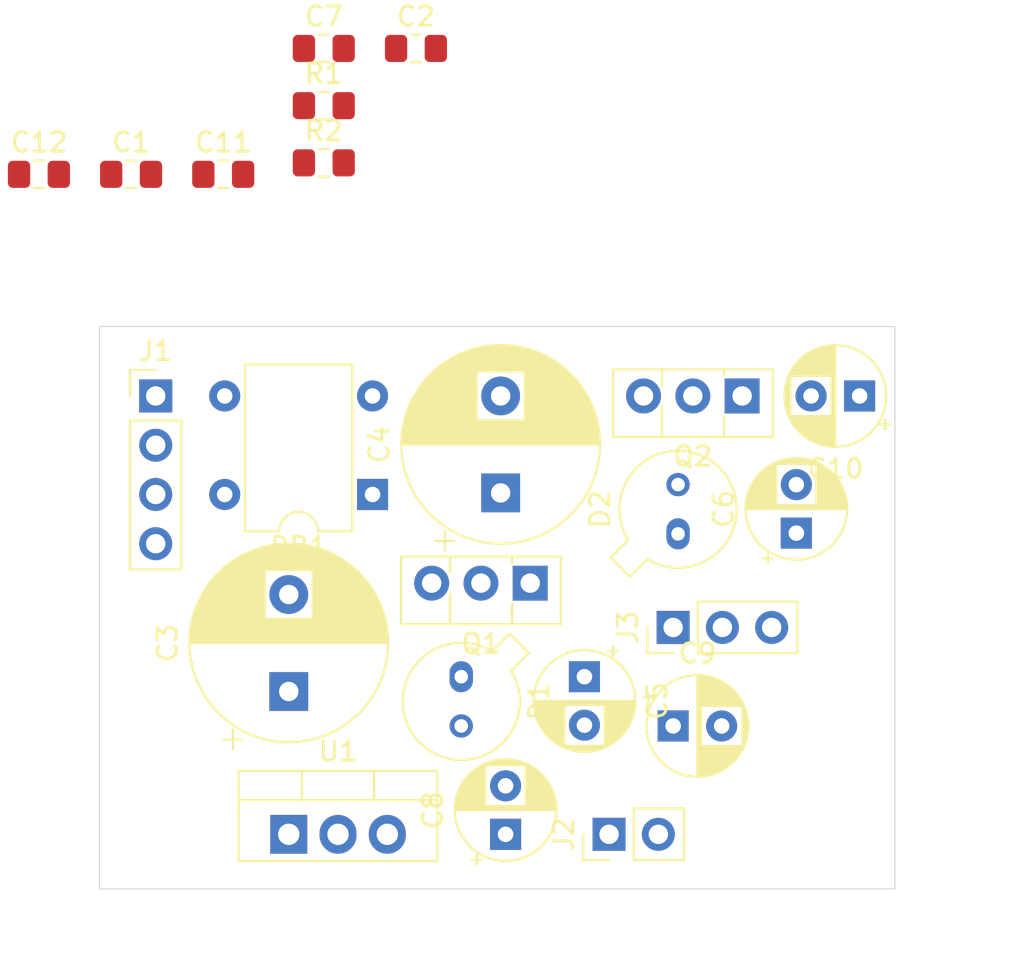
<source format=kicad_pcb>
(kicad_pcb (version 20171130) (host pcbnew 5.1.0-rc1-unknown-c0a86d7~66~ubuntu18.10.1)

  (general
    (thickness 1.6)
    (drawings 6)
    (tracks 0)
    (zones 0)
    (modules 23)
    (nets 11)
  )

  (page A4)
  (title_block
    (title "Power supply for 2-channel AD9833 generator")
    (date 2019-02-18)
    (company "Jakub Rakus")
  )

  (layers
    (0 F.Cu jumper)
    (31 B.Cu mixed)
    (32 B.Adhes user)
    (33 F.Adhes user)
    (34 B.Paste user)
    (35 F.Paste user)
    (36 B.SilkS user)
    (37 F.SilkS user)
    (38 B.Mask user)
    (39 F.Mask user)
    (40 Dwgs.User user)
    (41 Cmts.User user)
    (42 Eco1.User user)
    (43 Eco2.User user)
    (44 Edge.Cuts user)
    (45 Margin user)
    (46 B.CrtYd user)
    (47 F.CrtYd user)
    (48 B.Fab user)
    (49 F.Fab user)
  )

  (setup
    (last_trace_width 0.25)
    (trace_clearance 0.2)
    (zone_clearance 0.508)
    (zone_45_only no)
    (trace_min 0.2)
    (via_size 0.8)
    (via_drill 0.4)
    (via_min_size 0.4)
    (via_min_drill 0.3)
    (uvia_size 0.3)
    (uvia_drill 0.1)
    (uvias_allowed no)
    (uvia_min_size 0.2)
    (uvia_min_drill 0.1)
    (edge_width 0.05)
    (segment_width 0.2)
    (pcb_text_width 0.3)
    (pcb_text_size 1.5 1.5)
    (mod_edge_width 0.12)
    (mod_text_size 1 1)
    (mod_text_width 0.15)
    (pad_size 1.524 1.524)
    (pad_drill 0.762)
    (pad_to_mask_clearance 0.051)
    (solder_mask_min_width 0.25)
    (aux_axis_origin 0 0)
    (visible_elements FFFFFF7F)
    (pcbplotparams
      (layerselection 0x010fc_ffffffff)
      (usegerberextensions false)
      (usegerberattributes false)
      (usegerberadvancedattributes false)
      (creategerberjobfile false)
      (excludeedgelayer true)
      (linewidth 0.100000)
      (plotframeref false)
      (viasonmask false)
      (mode 1)
      (useauxorigin false)
      (hpglpennumber 1)
      (hpglpenspeed 20)
      (hpglpendiameter 15.000000)
      (psnegative false)
      (psa4output false)
      (plotreference true)
      (plotvalue true)
      (plotinvisibletext false)
      (padsonsilk false)
      (subtractmaskfromsilk false)
      (outputformat 1)
      (mirror false)
      (drillshape 1)
      (scaleselection 1)
      (outputdirectory ""))
  )

  (net 0 "")
  (net 1 GND)
  (net 2 "Net-(C1-Pad1)")
  (net 3 "Net-(C2-Pad2)")
  (net 4 "Net-(C5-Pad1)")
  (net 5 "Net-(C6-Pad2)")
  (net 6 +5V)
  (net 7 VDDA)
  (net 8 VSSA)
  (net 9 /AC2*)
  (net 10 /AC1)

  (net_class Default "To jest domyślna klasa połączeń."
    (clearance 0.2)
    (trace_width 0.25)
    (via_dia 0.8)
    (via_drill 0.4)
    (uvia_dia 0.3)
    (uvia_drill 0.1)
    (add_net +5V)
    (add_net /AC1)
    (add_net /AC2*)
    (add_net GND)
    (add_net "Net-(C1-Pad1)")
    (add_net "Net-(C2-Pad2)")
    (add_net "Net-(C5-Pad1)")
    (add_net "Net-(C6-Pad2)")
    (add_net VDDA)
    (add_net VSSA)
  )

  (module Package_TO_SOT_THT:TO-220-3_Vertical (layer F.Cu) (tedit 5AC8BA0D) (tstamp 5C6B74FE)
    (at 95.758 91.186)
    (descr "TO-220-3, Vertical, RM 2.54mm, see https://www.vishay.com/docs/66542/to-220-1.pdf")
    (tags "TO-220-3 Vertical RM 2.54mm")
    (path /5C61D29A)
    (fp_text reference U1 (at 2.54 -4.27) (layer F.SilkS)
      (effects (font (size 1 1) (thickness 0.15)))
    )
    (fp_text value 7805 (at 2.54 2.5) (layer F.Fab)
      (effects (font (size 1 1) (thickness 0.15)))
    )
    (fp_text user %R (at 2.54 -4.27) (layer F.Fab)
      (effects (font (size 1 1) (thickness 0.15)))
    )
    (fp_line (start 7.79 -3.4) (end -2.71 -3.4) (layer F.CrtYd) (width 0.05))
    (fp_line (start 7.79 1.51) (end 7.79 -3.4) (layer F.CrtYd) (width 0.05))
    (fp_line (start -2.71 1.51) (end 7.79 1.51) (layer F.CrtYd) (width 0.05))
    (fp_line (start -2.71 -3.4) (end -2.71 1.51) (layer F.CrtYd) (width 0.05))
    (fp_line (start 4.391 -3.27) (end 4.391 -1.76) (layer F.SilkS) (width 0.12))
    (fp_line (start 0.69 -3.27) (end 0.69 -1.76) (layer F.SilkS) (width 0.12))
    (fp_line (start -2.58 -1.76) (end 7.66 -1.76) (layer F.SilkS) (width 0.12))
    (fp_line (start 7.66 -3.27) (end 7.66 1.371) (layer F.SilkS) (width 0.12))
    (fp_line (start -2.58 -3.27) (end -2.58 1.371) (layer F.SilkS) (width 0.12))
    (fp_line (start -2.58 1.371) (end 7.66 1.371) (layer F.SilkS) (width 0.12))
    (fp_line (start -2.58 -3.27) (end 7.66 -3.27) (layer F.SilkS) (width 0.12))
    (fp_line (start 4.39 -3.15) (end 4.39 -1.88) (layer F.Fab) (width 0.1))
    (fp_line (start 0.69 -3.15) (end 0.69 -1.88) (layer F.Fab) (width 0.1))
    (fp_line (start -2.46 -1.88) (end 7.54 -1.88) (layer F.Fab) (width 0.1))
    (fp_line (start 7.54 -3.15) (end -2.46 -3.15) (layer F.Fab) (width 0.1))
    (fp_line (start 7.54 1.25) (end 7.54 -3.15) (layer F.Fab) (width 0.1))
    (fp_line (start -2.46 1.25) (end 7.54 1.25) (layer F.Fab) (width 0.1))
    (fp_line (start -2.46 -3.15) (end -2.46 1.25) (layer F.Fab) (width 0.1))
    (pad 3 thru_hole oval (at 5.08 0) (size 1.905 2) (drill 1.1) (layers *.Cu *.Mask)
      (net 6 +5V))
    (pad 2 thru_hole oval (at 2.54 0) (size 1.905 2) (drill 1.1) (layers *.Cu *.Mask)
      (net 1 GND))
    (pad 1 thru_hole rect (at 0 0) (size 1.905 2) (drill 1.1) (layers *.Cu *.Mask)
      (net 2 "Net-(C1-Pad1)"))
    (model ${KISYS3DMOD}/Package_TO_SOT_THT.3dshapes/TO-220-3_Vertical.wrl
      (at (xyz 0 0 0))
      (scale (xyz 1 1 1))
      (rotate (xyz 0 0 0))
    )
  )

  (module Resistor_SMD:R_0805_2012Metric_Pad1.15x1.40mm_HandSolder (layer F.Cu) (tedit 5B36C52B) (tstamp 5C6B74E4)
    (at 97.564 56.558)
    (descr "Resistor SMD 0805 (2012 Metric), square (rectangular) end terminal, IPC_7351 nominal with elongated pad for handsoldering. (Body size source: https://docs.google.com/spreadsheets/d/1BsfQQcO9C6DZCsRaXUlFlo91Tg2WpOkGARC1WS5S8t0/edit?usp=sharing), generated with kicad-footprint-generator")
    (tags "resistor handsolder")
    (path /5C635444)
    (attr smd)
    (fp_text reference R2 (at 0 -1.65) (layer F.SilkS)
      (effects (font (size 1 1) (thickness 0.15)))
    )
    (fp_text value 100R (at 0 1.65) (layer F.Fab)
      (effects (font (size 1 1) (thickness 0.15)))
    )
    (fp_text user %R (at 0 0) (layer F.Fab)
      (effects (font (size 0.5 0.5) (thickness 0.08)))
    )
    (fp_line (start 1.85 0.95) (end -1.85 0.95) (layer F.CrtYd) (width 0.05))
    (fp_line (start 1.85 -0.95) (end 1.85 0.95) (layer F.CrtYd) (width 0.05))
    (fp_line (start -1.85 -0.95) (end 1.85 -0.95) (layer F.CrtYd) (width 0.05))
    (fp_line (start -1.85 0.95) (end -1.85 -0.95) (layer F.CrtYd) (width 0.05))
    (fp_line (start -0.261252 0.71) (end 0.261252 0.71) (layer F.SilkS) (width 0.12))
    (fp_line (start -0.261252 -0.71) (end 0.261252 -0.71) (layer F.SilkS) (width 0.12))
    (fp_line (start 1 0.6) (end -1 0.6) (layer F.Fab) (width 0.1))
    (fp_line (start 1 -0.6) (end 1 0.6) (layer F.Fab) (width 0.1))
    (fp_line (start -1 -0.6) (end 1 -0.6) (layer F.Fab) (width 0.1))
    (fp_line (start -1 0.6) (end -1 -0.6) (layer F.Fab) (width 0.1))
    (pad 2 smd roundrect (at 1.025 0) (size 1.15 1.4) (layers F.Cu F.Paste F.Mask) (roundrect_rratio 0.217391)
      (net 3 "Net-(C2-Pad2)"))
    (pad 1 smd roundrect (at -1.025 0) (size 1.15 1.4) (layers F.Cu F.Paste F.Mask) (roundrect_rratio 0.217391)
      (net 5 "Net-(C6-Pad2)"))
    (model ${KISYS3DMOD}/Resistor_SMD.3dshapes/R_0805_2012Metric.wrl
      (at (xyz 0 0 0))
      (scale (xyz 1 1 1))
      (rotate (xyz 0 0 0))
    )
  )

  (module Resistor_SMD:R_0805_2012Metric_Pad1.15x1.40mm_HandSolder (layer F.Cu) (tedit 5B36C52B) (tstamp 5C6B74D3)
    (at 97.564 53.608)
    (descr "Resistor SMD 0805 (2012 Metric), square (rectangular) end terminal, IPC_7351 nominal with elongated pad for handsoldering. (Body size source: https://docs.google.com/spreadsheets/d/1BsfQQcO9C6DZCsRaXUlFlo91Tg2WpOkGARC1WS5S8t0/edit?usp=sharing), generated with kicad-footprint-generator")
    (tags "resistor handsolder")
    (path /5C62FD50)
    (attr smd)
    (fp_text reference R1 (at 0 -1.65) (layer F.SilkS)
      (effects (font (size 1 1) (thickness 0.15)))
    )
    (fp_text value 100R (at 0 1.65) (layer F.Fab)
      (effects (font (size 1 1) (thickness 0.15)))
    )
    (fp_text user %R (at 0 0) (layer F.Fab)
      (effects (font (size 0.5 0.5) (thickness 0.08)))
    )
    (fp_line (start 1.85 0.95) (end -1.85 0.95) (layer F.CrtYd) (width 0.05))
    (fp_line (start 1.85 -0.95) (end 1.85 0.95) (layer F.CrtYd) (width 0.05))
    (fp_line (start -1.85 -0.95) (end 1.85 -0.95) (layer F.CrtYd) (width 0.05))
    (fp_line (start -1.85 0.95) (end -1.85 -0.95) (layer F.CrtYd) (width 0.05))
    (fp_line (start -0.261252 0.71) (end 0.261252 0.71) (layer F.SilkS) (width 0.12))
    (fp_line (start -0.261252 -0.71) (end 0.261252 -0.71) (layer F.SilkS) (width 0.12))
    (fp_line (start 1 0.6) (end -1 0.6) (layer F.Fab) (width 0.1))
    (fp_line (start 1 -0.6) (end 1 0.6) (layer F.Fab) (width 0.1))
    (fp_line (start -1 -0.6) (end 1 -0.6) (layer F.Fab) (width 0.1))
    (fp_line (start -1 0.6) (end -1 -0.6) (layer F.Fab) (width 0.1))
    (pad 2 smd roundrect (at 1.025 0) (size 1.15 1.4) (layers F.Cu F.Paste F.Mask) (roundrect_rratio 0.217391)
      (net 4 "Net-(C5-Pad1)"))
    (pad 1 smd roundrect (at -1.025 0) (size 1.15 1.4) (layers F.Cu F.Paste F.Mask) (roundrect_rratio 0.217391)
      (net 2 "Net-(C1-Pad1)"))
    (model ${KISYS3DMOD}/Resistor_SMD.3dshapes/R_0805_2012Metric.wrl
      (at (xyz 0 0 0))
      (scale (xyz 1 1 1))
      (rotate (xyz 0 0 0))
    )
  )

  (module Package_TO_SOT_THT:TO-126-3_Vertical (layer F.Cu) (tedit 5AC8BA0D) (tstamp 5C6B74C2)
    (at 119.126 68.58 180)
    (descr "TO-126-3, Vertical, RM 2.54mm, see https://www.diodes.com/assets/Package-Files/TO126.pdf")
    (tags "TO-126-3 Vertical RM 2.54mm")
    (path /5C63AA02)
    (fp_text reference Q2 (at 2.54 -3.12 180) (layer F.SilkS)
      (effects (font (size 1 1) (thickness 0.15)))
    )
    (fp_text value BD140 (at 2.54 2.5 180) (layer F.Fab)
      (effects (font (size 1 1) (thickness 0.15)))
    )
    (fp_text user %R (at 2.54 -3.12 180) (layer F.Fab)
      (effects (font (size 1 1) (thickness 0.15)))
    )
    (fp_line (start 6.79 -2.25) (end -1.71 -2.25) (layer F.CrtYd) (width 0.05))
    (fp_line (start 6.79 1.5) (end 6.79 -2.25) (layer F.CrtYd) (width 0.05))
    (fp_line (start -1.71 1.5) (end 6.79 1.5) (layer F.CrtYd) (width 0.05))
    (fp_line (start -1.71 -2.25) (end -1.71 1.5) (layer F.CrtYd) (width 0.05))
    (fp_line (start 4.141 0.54) (end 4.141 1.37) (layer F.SilkS) (width 0.12))
    (fp_line (start 4.141 -2.12) (end 4.141 -0.54) (layer F.SilkS) (width 0.12))
    (fp_line (start 0.94 1.05) (end 0.94 1.37) (layer F.SilkS) (width 0.12))
    (fp_line (start 0.94 -2.12) (end 0.94 -1.05) (layer F.SilkS) (width 0.12))
    (fp_line (start 6.66 -2.12) (end 6.66 1.37) (layer F.SilkS) (width 0.12))
    (fp_line (start -1.58 -2.12) (end -1.58 1.37) (layer F.SilkS) (width 0.12))
    (fp_line (start -1.58 1.37) (end 6.66 1.37) (layer F.SilkS) (width 0.12))
    (fp_line (start -1.58 -2.12) (end 6.66 -2.12) (layer F.SilkS) (width 0.12))
    (fp_line (start 4.14 -2) (end 4.14 1.25) (layer F.Fab) (width 0.1))
    (fp_line (start 0.94 -2) (end 0.94 1.25) (layer F.Fab) (width 0.1))
    (fp_line (start 6.54 -2) (end -1.46 -2) (layer F.Fab) (width 0.1))
    (fp_line (start 6.54 1.25) (end 6.54 -2) (layer F.Fab) (width 0.1))
    (fp_line (start -1.46 1.25) (end 6.54 1.25) (layer F.Fab) (width 0.1))
    (fp_line (start -1.46 -2) (end -1.46 1.25) (layer F.Fab) (width 0.1))
    (pad 3 thru_hole oval (at 5.08 0 180) (size 1.8 1.8) (drill 1) (layers *.Cu *.Mask)
      (net 5 "Net-(C6-Pad2)"))
    (pad 2 thru_hole oval (at 2.54 0 180) (size 1.8 1.8) (drill 1) (layers *.Cu *.Mask)
      (net 3 "Net-(C2-Pad2)"))
    (pad 1 thru_hole rect (at 0 0 180) (size 1.8 1.8) (drill 1) (layers *.Cu *.Mask)
      (net 8 VSSA))
    (model ${KISYS3DMOD}/Package_TO_SOT_THT.3dshapes/TO-126-3_Vertical.wrl
      (at (xyz 0 0 0))
      (scale (xyz 1 1 1))
      (rotate (xyz 0 0 0))
    )
  )

  (module Package_TO_SOT_THT:TO-126-3_Vertical (layer F.Cu) (tedit 5AC8BA0D) (tstamp 5C6B74A8)
    (at 108.204 78.232 180)
    (descr "TO-126-3, Vertical, RM 2.54mm, see https://www.diodes.com/assets/Package-Files/TO126.pdf")
    (tags "TO-126-3 Vertical RM 2.54mm")
    (path /5C632F39)
    (fp_text reference Q1 (at 2.54 -3.12 180) (layer F.SilkS)
      (effects (font (size 1 1) (thickness 0.15)))
    )
    (fp_text value BD139 (at 2.54 2.5 180) (layer F.Fab)
      (effects (font (size 1 1) (thickness 0.15)))
    )
    (fp_text user %R (at 2.54 -3.12 180) (layer F.Fab)
      (effects (font (size 1 1) (thickness 0.15)))
    )
    (fp_line (start 6.79 -2.25) (end -1.71 -2.25) (layer F.CrtYd) (width 0.05))
    (fp_line (start 6.79 1.5) (end 6.79 -2.25) (layer F.CrtYd) (width 0.05))
    (fp_line (start -1.71 1.5) (end 6.79 1.5) (layer F.CrtYd) (width 0.05))
    (fp_line (start -1.71 -2.25) (end -1.71 1.5) (layer F.CrtYd) (width 0.05))
    (fp_line (start 4.141 0.54) (end 4.141 1.37) (layer F.SilkS) (width 0.12))
    (fp_line (start 4.141 -2.12) (end 4.141 -0.54) (layer F.SilkS) (width 0.12))
    (fp_line (start 0.94 1.05) (end 0.94 1.37) (layer F.SilkS) (width 0.12))
    (fp_line (start 0.94 -2.12) (end 0.94 -1.05) (layer F.SilkS) (width 0.12))
    (fp_line (start 6.66 -2.12) (end 6.66 1.37) (layer F.SilkS) (width 0.12))
    (fp_line (start -1.58 -2.12) (end -1.58 1.37) (layer F.SilkS) (width 0.12))
    (fp_line (start -1.58 1.37) (end 6.66 1.37) (layer F.SilkS) (width 0.12))
    (fp_line (start -1.58 -2.12) (end 6.66 -2.12) (layer F.SilkS) (width 0.12))
    (fp_line (start 4.14 -2) (end 4.14 1.25) (layer F.Fab) (width 0.1))
    (fp_line (start 0.94 -2) (end 0.94 1.25) (layer F.Fab) (width 0.1))
    (fp_line (start 6.54 -2) (end -1.46 -2) (layer F.Fab) (width 0.1))
    (fp_line (start 6.54 1.25) (end 6.54 -2) (layer F.Fab) (width 0.1))
    (fp_line (start -1.46 1.25) (end 6.54 1.25) (layer F.Fab) (width 0.1))
    (fp_line (start -1.46 -2) (end -1.46 1.25) (layer F.Fab) (width 0.1))
    (pad 3 thru_hole oval (at 5.08 0 180) (size 1.8 1.8) (drill 1) (layers *.Cu *.Mask)
      (net 4 "Net-(C5-Pad1)"))
    (pad 2 thru_hole oval (at 2.54 0 180) (size 1.8 1.8) (drill 1) (layers *.Cu *.Mask)
      (net 2 "Net-(C1-Pad1)"))
    (pad 1 thru_hole rect (at 0 0 180) (size 1.8 1.8) (drill 1) (layers *.Cu *.Mask)
      (net 7 VDDA))
    (model ${KISYS3DMOD}/Package_TO_SOT_THT.3dshapes/TO-126-3_Vertical.wrl
      (at (xyz 0 0 0))
      (scale (xyz 1 1 1))
      (rotate (xyz 0 0 0))
    )
  )

  (module Connector_PinHeader_2.54mm:PinHeader_1x03_P2.54mm_Vertical (layer F.Cu) (tedit 59FED5CC) (tstamp 5C6B748E)
    (at 115.57 80.518 90)
    (descr "Through hole straight pin header, 1x03, 2.54mm pitch, single row")
    (tags "Through hole pin header THT 1x03 2.54mm single row")
    (path /5C66D759)
    (fp_text reference J3 (at 0 -2.33 90) (layer F.SilkS)
      (effects (font (size 1 1) (thickness 0.15)))
    )
    (fp_text value Conn_01x03 (at 0 7.41 90) (layer F.Fab)
      (effects (font (size 1 1) (thickness 0.15)))
    )
    (fp_text user %R (at 0 2.54 180) (layer F.Fab)
      (effects (font (size 1 1) (thickness 0.15)))
    )
    (fp_line (start 1.8 -1.8) (end -1.8 -1.8) (layer F.CrtYd) (width 0.05))
    (fp_line (start 1.8 6.85) (end 1.8 -1.8) (layer F.CrtYd) (width 0.05))
    (fp_line (start -1.8 6.85) (end 1.8 6.85) (layer F.CrtYd) (width 0.05))
    (fp_line (start -1.8 -1.8) (end -1.8 6.85) (layer F.CrtYd) (width 0.05))
    (fp_line (start -1.33 -1.33) (end 0 -1.33) (layer F.SilkS) (width 0.12))
    (fp_line (start -1.33 0) (end -1.33 -1.33) (layer F.SilkS) (width 0.12))
    (fp_line (start -1.33 1.27) (end 1.33 1.27) (layer F.SilkS) (width 0.12))
    (fp_line (start 1.33 1.27) (end 1.33 6.41) (layer F.SilkS) (width 0.12))
    (fp_line (start -1.33 1.27) (end -1.33 6.41) (layer F.SilkS) (width 0.12))
    (fp_line (start -1.33 6.41) (end 1.33 6.41) (layer F.SilkS) (width 0.12))
    (fp_line (start -1.27 -0.635) (end -0.635 -1.27) (layer F.Fab) (width 0.1))
    (fp_line (start -1.27 6.35) (end -1.27 -0.635) (layer F.Fab) (width 0.1))
    (fp_line (start 1.27 6.35) (end -1.27 6.35) (layer F.Fab) (width 0.1))
    (fp_line (start 1.27 -1.27) (end 1.27 6.35) (layer F.Fab) (width 0.1))
    (fp_line (start -0.635 -1.27) (end 1.27 -1.27) (layer F.Fab) (width 0.1))
    (pad 3 thru_hole oval (at 0 5.08 90) (size 1.7 1.7) (drill 1) (layers *.Cu *.Mask)
      (net 8 VSSA))
    (pad 2 thru_hole oval (at 0 2.54 90) (size 1.7 1.7) (drill 1) (layers *.Cu *.Mask)
      (net 1 GND))
    (pad 1 thru_hole rect (at 0 0 90) (size 1.7 1.7) (drill 1) (layers *.Cu *.Mask)
      (net 7 VDDA))
    (model ${KISYS3DMOD}/Connector_PinHeader_2.54mm.3dshapes/PinHeader_1x03_P2.54mm_Vertical.wrl
      (at (xyz 0 0 0))
      (scale (xyz 1 1 1))
      (rotate (xyz 0 0 0))
    )
  )

  (module Connector_PinHeader_2.54mm:PinHeader_1x02_P2.54mm_Vertical (layer F.Cu) (tedit 59FED5CC) (tstamp 5C6B7477)
    (at 112.268 91.186 90)
    (descr "Through hole straight pin header, 1x02, 2.54mm pitch, single row")
    (tags "Through hole pin header THT 1x02 2.54mm single row")
    (path /5C669C92)
    (fp_text reference J2 (at 0 -2.33 90) (layer F.SilkS)
      (effects (font (size 1 1) (thickness 0.15)))
    )
    (fp_text value Conn_01x02 (at 0 4.87 90) (layer F.Fab)
      (effects (font (size 1 1) (thickness 0.15)))
    )
    (fp_text user %R (at 0 1.27 180) (layer F.Fab)
      (effects (font (size 1 1) (thickness 0.15)))
    )
    (fp_line (start 1.8 -1.8) (end -1.8 -1.8) (layer F.CrtYd) (width 0.05))
    (fp_line (start 1.8 4.35) (end 1.8 -1.8) (layer F.CrtYd) (width 0.05))
    (fp_line (start -1.8 4.35) (end 1.8 4.35) (layer F.CrtYd) (width 0.05))
    (fp_line (start -1.8 -1.8) (end -1.8 4.35) (layer F.CrtYd) (width 0.05))
    (fp_line (start -1.33 -1.33) (end 0 -1.33) (layer F.SilkS) (width 0.12))
    (fp_line (start -1.33 0) (end -1.33 -1.33) (layer F.SilkS) (width 0.12))
    (fp_line (start -1.33 1.27) (end 1.33 1.27) (layer F.SilkS) (width 0.12))
    (fp_line (start 1.33 1.27) (end 1.33 3.87) (layer F.SilkS) (width 0.12))
    (fp_line (start -1.33 1.27) (end -1.33 3.87) (layer F.SilkS) (width 0.12))
    (fp_line (start -1.33 3.87) (end 1.33 3.87) (layer F.SilkS) (width 0.12))
    (fp_line (start -1.27 -0.635) (end -0.635 -1.27) (layer F.Fab) (width 0.1))
    (fp_line (start -1.27 3.81) (end -1.27 -0.635) (layer F.Fab) (width 0.1))
    (fp_line (start 1.27 3.81) (end -1.27 3.81) (layer F.Fab) (width 0.1))
    (fp_line (start 1.27 -1.27) (end 1.27 3.81) (layer F.Fab) (width 0.1))
    (fp_line (start -0.635 -1.27) (end 1.27 -1.27) (layer F.Fab) (width 0.1))
    (pad 2 thru_hole oval (at 0 2.54 90) (size 1.7 1.7) (drill 1) (layers *.Cu *.Mask)
      (net 1 GND))
    (pad 1 thru_hole rect (at 0 0 90) (size 1.7 1.7) (drill 1) (layers *.Cu *.Mask)
      (net 6 +5V))
    (model ${KISYS3DMOD}/Connector_PinHeader_2.54mm.3dshapes/PinHeader_1x02_P2.54mm_Vertical.wrl
      (at (xyz 0 0 0))
      (scale (xyz 1 1 1))
      (rotate (xyz 0 0 0))
    )
  )

  (module Connector_PinHeader_2.54mm:PinHeader_1x04_P2.54mm_Vertical (layer F.Cu) (tedit 59FED5CC) (tstamp 5C6B7AA5)
    (at 88.9 68.58)
    (descr "Through hole straight pin header, 1x04, 2.54mm pitch, single row")
    (tags "Through hole pin header THT 1x04 2.54mm single row")
    (path /5C6122CF)
    (fp_text reference J1 (at 0 -2.33) (layer F.SilkS)
      (effects (font (size 1 1) (thickness 0.15)))
    )
    (fp_text value Conn_01x04 (at 0 9.95) (layer F.Fab)
      (effects (font (size 1 1) (thickness 0.15)))
    )
    (fp_text user %R (at 0 3.81 90) (layer F.Fab)
      (effects (font (size 1 1) (thickness 0.15)))
    )
    (fp_line (start 1.8 -1.8) (end -1.8 -1.8) (layer F.CrtYd) (width 0.05))
    (fp_line (start 1.8 9.4) (end 1.8 -1.8) (layer F.CrtYd) (width 0.05))
    (fp_line (start -1.8 9.4) (end 1.8 9.4) (layer F.CrtYd) (width 0.05))
    (fp_line (start -1.8 -1.8) (end -1.8 9.4) (layer F.CrtYd) (width 0.05))
    (fp_line (start -1.33 -1.33) (end 0 -1.33) (layer F.SilkS) (width 0.12))
    (fp_line (start -1.33 0) (end -1.33 -1.33) (layer F.SilkS) (width 0.12))
    (fp_line (start -1.33 1.27) (end 1.33 1.27) (layer F.SilkS) (width 0.12))
    (fp_line (start 1.33 1.27) (end 1.33 8.95) (layer F.SilkS) (width 0.12))
    (fp_line (start -1.33 1.27) (end -1.33 8.95) (layer F.SilkS) (width 0.12))
    (fp_line (start -1.33 8.95) (end 1.33 8.95) (layer F.SilkS) (width 0.12))
    (fp_line (start -1.27 -0.635) (end -0.635 -1.27) (layer F.Fab) (width 0.1))
    (fp_line (start -1.27 8.89) (end -1.27 -0.635) (layer F.Fab) (width 0.1))
    (fp_line (start 1.27 8.89) (end -1.27 8.89) (layer F.Fab) (width 0.1))
    (fp_line (start 1.27 -1.27) (end 1.27 8.89) (layer F.Fab) (width 0.1))
    (fp_line (start -0.635 -1.27) (end 1.27 -1.27) (layer F.Fab) (width 0.1))
    (pad 4 thru_hole oval (at 0 7.62) (size 1.7 1.7) (drill 1) (layers *.Cu *.Mask)
      (net 10 /AC1))
    (pad 3 thru_hole oval (at 0 5.08) (size 1.7 1.7) (drill 1) (layers *.Cu *.Mask)
      (net 1 GND))
    (pad 2 thru_hole oval (at 0 2.54) (size 1.7 1.7) (drill 1) (layers *.Cu *.Mask)
      (net 1 GND))
    (pad 1 thru_hole rect (at 0 0) (size 1.7 1.7) (drill 1) (layers *.Cu *.Mask)
      (net 9 /AC2*))
    (model ${KISYS3DMOD}/Connector_PinHeader_2.54mm.3dshapes/PinHeader_1x04_P2.54mm_Vertical.wrl
      (at (xyz 0 0 0))
      (scale (xyz 1 1 1))
      (rotate (xyz 0 0 0))
    )
  )

  (module Diode_THT:Diode_Bridge_DIP-4_W7.62mm_P5.08mm (layer F.Cu) (tedit 5A142105) (tstamp 5C6B7449)
    (at 100.076 73.66 180)
    (descr "4-lead dip package for diode bridges, row spacing 7.62 mm (300 mils), see http://cdn-reichelt.de/documents/datenblatt/A400/HDBL101G_20SERIES-TSC.pdf")
    (tags "DIL DIP PDIP 5.08mm 7.62mm 300mil")
    (path /5C61072B)
    (fp_text reference DB1 (at 3.8 -2.7 180) (layer F.SilkS)
      (effects (font (size 1 1) (thickness 0.15)))
    )
    (fp_text value DB106 (at 3.8 7.8 180) (layer F.Fab)
      (effects (font (size 1 1) (thickness 0.15)))
    )
    (fp_arc (start 3.81 -1.9) (end 2.81 -1.9) (angle -180) (layer F.SilkS) (width 0.12))
    (fp_line (start 8.67 6.85) (end -1.05 6.85) (layer F.CrtYd) (width 0.05))
    (fp_line (start 8.67 6.85) (end 8.67 -2.05) (layer F.CrtYd) (width 0.05))
    (fp_line (start -1.05 -2.05) (end -1.05 6.85) (layer F.CrtYd) (width 0.05))
    (fp_line (start -1.05 -2.05) (end 8.67 -2.05) (layer F.CrtYd) (width 0.05))
    (fp_line (start 1.635 -1.8) (end 6.985 -1.8) (layer F.Fab) (width 0.1))
    (fp_line (start 6.985 -1.8) (end 6.985 6.6) (layer F.Fab) (width 0.1))
    (fp_line (start 6.985 6.6) (end 0.635 6.6) (layer F.Fab) (width 0.1))
    (fp_line (start 0.635 6.6) (end 0.635 -0.8) (layer F.Fab) (width 0.1))
    (fp_line (start 0.635 -0.8) (end 1.635 -1.8) (layer F.Fab) (width 0.1))
    (fp_line (start 2.81 -1.9) (end 1.04 -1.9) (layer F.SilkS) (width 0.12))
    (fp_line (start 1.04 -1.9) (end 1.04 6.7) (layer F.SilkS) (width 0.12))
    (fp_line (start 1.04 6.7) (end 6.58 6.7) (layer F.SilkS) (width 0.12))
    (fp_line (start 6.58 6.7) (end 6.58 -1.9) (layer F.SilkS) (width 0.12))
    (fp_line (start 6.58 -1.9) (end 4.81 -1.9) (layer F.SilkS) (width 0.12))
    (fp_text user %R (at 3.81 2.54 180) (layer F.Fab)
      (effects (font (size 1 1) (thickness 0.15)))
    )
    (pad 1 thru_hole rect (at 0 0 180) (size 1.6 1.6) (drill 0.8) (layers *.Cu *.Mask)
      (net 2 "Net-(C1-Pad1)"))
    (pad 3 thru_hole oval (at 7.62 5.08 180) (size 1.6 1.6) (drill 0.8) (layers *.Cu *.Mask)
      (net 9 /AC2*))
    (pad 2 thru_hole oval (at 0 5.08 180) (size 1.6 1.6) (drill 0.8) (layers *.Cu *.Mask)
      (net 3 "Net-(C2-Pad2)"))
    (pad 4 thru_hole oval (at 7.62 0 180) (size 1.6 1.6) (drill 0.8) (layers *.Cu *.Mask)
      (net 10 /AC1))
    (model ${KISYS3DMOD}/Diode_THT.3dshapes/Diode_Bridge_DIP-4_W7.62mm_P5.08mm.wrl
      (at (xyz 0 0 0))
      (scale (xyz 1 1 1))
      (rotate (xyz 0 0 0))
    )
  )

  (module Package_TO_SOT_THT:TO-18-2 (layer F.Cu) (tedit 5A02FF81) (tstamp 5C6B7431)
    (at 115.824 75.692 90)
    (descr TO-18-2)
    (tags TO-18-2)
    (path /5C689C43)
    (fp_text reference D2 (at 1.27 -4.02 90) (layer F.SilkS)
      (effects (font (size 1 1) (thickness 0.15)))
    )
    (fp_text value 6V8 (at 1.27 4.02 90) (layer F.Fab)
      (effects (font (size 1 1) (thickness 0.15)))
    )
    (fp_arc (start 1.27 0) (end -0.312331 -2.572281) (angle 333.2) (layer F.SilkS) (width 0.12))
    (fp_arc (start 1.27 0) (end -0.329057 -2.419301) (angle 336.9) (layer F.Fab) (width 0.1))
    (fp_circle (center 1.27 0) (end 3.67 0) (layer F.Fab) (width 0.1))
    (fp_line (start 4.42 -3.5) (end -2.23 -3.5) (layer F.CrtYd) (width 0.05))
    (fp_line (start 4.42 3.15) (end 4.42 -3.5) (layer F.CrtYd) (width 0.05))
    (fp_line (start -2.23 3.15) (end 4.42 3.15) (layer F.CrtYd) (width 0.05))
    (fp_line (start -2.23 -3.5) (end -2.23 3.15) (layer F.CrtYd) (width 0.05))
    (fp_line (start -2.214448 -2.494499) (end -1.302281 -1.582331) (layer F.SilkS) (width 0.12))
    (fp_line (start -1.224499 -3.484448) (end -2.214448 -2.494499) (layer F.SilkS) (width 0.12))
    (fp_line (start -0.312331 -2.572281) (end -1.224499 -3.484448) (layer F.SilkS) (width 0.12))
    (fp_line (start -1.976616 -2.426372) (end -1.149301 -1.599057) (layer F.Fab) (width 0.1))
    (fp_line (start -1.156372 -3.246616) (end -1.976616 -2.426372) (layer F.Fab) (width 0.1))
    (fp_line (start -0.329057 -2.419301) (end -1.156372 -3.246616) (layer F.Fab) (width 0.1))
    (fp_text user %R (at 1.27 -4.02 90) (layer F.Fab)
      (effects (font (size 1 1) (thickness 0.15)))
    )
    (pad 2 thru_hole oval (at 2.54 0 90) (size 1.2 1.2) (drill 0.7) (layers *.Cu *.Mask)
      (net 5 "Net-(C6-Pad2)"))
    (pad 1 thru_hole oval (at 0 0 90) (size 1.6 1.2) (drill 0.7) (layers *.Cu *.Mask)
      (net 1 GND))
    (model ${KISYS3DMOD}/Package_TO_SOT_THT.3dshapes/TO-18-2.wrl
      (at (xyz 0 0 0))
      (scale (xyz 1 1 1))
      (rotate (xyz 0 0 0))
    )
  )

  (module Package_TO_SOT_THT:TO-18-2 (layer F.Cu) (tedit 5A02FF81) (tstamp 5C6B741D)
    (at 104.648 83.058 270)
    (descr TO-18-2)
    (tags TO-18-2)
    (path /5C622BD3)
    (fp_text reference D1 (at 1.27 -4.02 270) (layer F.SilkS)
      (effects (font (size 1 1) (thickness 0.15)))
    )
    (fp_text value 6V8 (at 1.27 4.02 270) (layer F.Fab)
      (effects (font (size 1 1) (thickness 0.15)))
    )
    (fp_arc (start 1.27 0) (end -0.312331 -2.572281) (angle 333.2) (layer F.SilkS) (width 0.12))
    (fp_arc (start 1.27 0) (end -0.329057 -2.419301) (angle 336.9) (layer F.Fab) (width 0.1))
    (fp_circle (center 1.27 0) (end 3.67 0) (layer F.Fab) (width 0.1))
    (fp_line (start 4.42 -3.5) (end -2.23 -3.5) (layer F.CrtYd) (width 0.05))
    (fp_line (start 4.42 3.15) (end 4.42 -3.5) (layer F.CrtYd) (width 0.05))
    (fp_line (start -2.23 3.15) (end 4.42 3.15) (layer F.CrtYd) (width 0.05))
    (fp_line (start -2.23 -3.5) (end -2.23 3.15) (layer F.CrtYd) (width 0.05))
    (fp_line (start -2.214448 -2.494499) (end -1.302281 -1.582331) (layer F.SilkS) (width 0.12))
    (fp_line (start -1.224499 -3.484448) (end -2.214448 -2.494499) (layer F.SilkS) (width 0.12))
    (fp_line (start -0.312331 -2.572281) (end -1.224499 -3.484448) (layer F.SilkS) (width 0.12))
    (fp_line (start -1.976616 -2.426372) (end -1.149301 -1.599057) (layer F.Fab) (width 0.1))
    (fp_line (start -1.156372 -3.246616) (end -1.976616 -2.426372) (layer F.Fab) (width 0.1))
    (fp_line (start -0.329057 -2.419301) (end -1.156372 -3.246616) (layer F.Fab) (width 0.1))
    (fp_text user %R (at 1.27 -4.02 270) (layer F.Fab)
      (effects (font (size 1 1) (thickness 0.15)))
    )
    (pad 2 thru_hole oval (at 2.54 0 270) (size 1.2 1.2) (drill 0.7) (layers *.Cu *.Mask)
      (net 1 GND))
    (pad 1 thru_hole oval (at 0 0 270) (size 1.6 1.2) (drill 0.7) (layers *.Cu *.Mask)
      (net 4 "Net-(C5-Pad1)"))
    (model ${KISYS3DMOD}/Package_TO_SOT_THT.3dshapes/TO-18-2.wrl
      (at (xyz 0 0 0))
      (scale (xyz 1 1 1))
      (rotate (xyz 0 0 0))
    )
  )

  (module Capacitor_SMD:C_0805_2012Metric_Pad1.15x1.40mm_HandSolder (layer F.Cu) (tedit 5B36C52B) (tstamp 5C6B7409)
    (at 82.88 57.15)
    (descr "Capacitor SMD 0805 (2012 Metric), square (rectangular) end terminal, IPC_7351 nominal with elongated pad for handsoldering. (Body size source: https://docs.google.com/spreadsheets/d/1BsfQQcO9C6DZCsRaXUlFlo91Tg2WpOkGARC1WS5S8t0/edit?usp=sharing), generated with kicad-footprint-generator")
    (tags "capacitor handsolder")
    (path /5C65361F)
    (attr smd)
    (fp_text reference C12 (at 0 -1.65) (layer F.SilkS)
      (effects (font (size 1 1) (thickness 0.15)))
    )
    (fp_text value 100n (at 0 1.65) (layer F.Fab)
      (effects (font (size 1 1) (thickness 0.15)))
    )
    (fp_text user %R (at 0 0) (layer F.Fab)
      (effects (font (size 0.5 0.5) (thickness 0.08)))
    )
    (fp_line (start 1.85 0.95) (end -1.85 0.95) (layer F.CrtYd) (width 0.05))
    (fp_line (start 1.85 -0.95) (end 1.85 0.95) (layer F.CrtYd) (width 0.05))
    (fp_line (start -1.85 -0.95) (end 1.85 -0.95) (layer F.CrtYd) (width 0.05))
    (fp_line (start -1.85 0.95) (end -1.85 -0.95) (layer F.CrtYd) (width 0.05))
    (fp_line (start -0.261252 0.71) (end 0.261252 0.71) (layer F.SilkS) (width 0.12))
    (fp_line (start -0.261252 -0.71) (end 0.261252 -0.71) (layer F.SilkS) (width 0.12))
    (fp_line (start 1 0.6) (end -1 0.6) (layer F.Fab) (width 0.1))
    (fp_line (start 1 -0.6) (end 1 0.6) (layer F.Fab) (width 0.1))
    (fp_line (start -1 -0.6) (end 1 -0.6) (layer F.Fab) (width 0.1))
    (fp_line (start -1 0.6) (end -1 -0.6) (layer F.Fab) (width 0.1))
    (pad 2 smd roundrect (at 1.025 0) (size 1.15 1.4) (layers F.Cu F.Paste F.Mask) (roundrect_rratio 0.217391)
      (net 8 VSSA))
    (pad 1 smd roundrect (at -1.025 0) (size 1.15 1.4) (layers F.Cu F.Paste F.Mask) (roundrect_rratio 0.217391)
      (net 1 GND))
    (model ${KISYS3DMOD}/Capacitor_SMD.3dshapes/C_0805_2012Metric.wrl
      (at (xyz 0 0 0))
      (scale (xyz 1 1 1))
      (rotate (xyz 0 0 0))
    )
  )

  (module Capacitor_SMD:C_0805_2012Metric_Pad1.15x1.40mm_HandSolder (layer F.Cu) (tedit 5B36C52B) (tstamp 5C6B73F8)
    (at 92.38 57.15)
    (descr "Capacitor SMD 0805 (2012 Metric), square (rectangular) end terminal, IPC_7351 nominal with elongated pad for handsoldering. (Body size source: https://docs.google.com/spreadsheets/d/1BsfQQcO9C6DZCsRaXUlFlo91Tg2WpOkGARC1WS5S8t0/edit?usp=sharing), generated with kicad-footprint-generator")
    (tags "capacitor handsolder")
    (path /5C652FFC)
    (attr smd)
    (fp_text reference C11 (at 0 -1.65) (layer F.SilkS)
      (effects (font (size 1 1) (thickness 0.15)))
    )
    (fp_text value 100n (at 0 1.65) (layer F.Fab)
      (effects (font (size 1 1) (thickness 0.15)))
    )
    (fp_text user %R (at 0 0) (layer F.Fab)
      (effects (font (size 0.5 0.5) (thickness 0.08)))
    )
    (fp_line (start 1.85 0.95) (end -1.85 0.95) (layer F.CrtYd) (width 0.05))
    (fp_line (start 1.85 -0.95) (end 1.85 0.95) (layer F.CrtYd) (width 0.05))
    (fp_line (start -1.85 -0.95) (end 1.85 -0.95) (layer F.CrtYd) (width 0.05))
    (fp_line (start -1.85 0.95) (end -1.85 -0.95) (layer F.CrtYd) (width 0.05))
    (fp_line (start -0.261252 0.71) (end 0.261252 0.71) (layer F.SilkS) (width 0.12))
    (fp_line (start -0.261252 -0.71) (end 0.261252 -0.71) (layer F.SilkS) (width 0.12))
    (fp_line (start 1 0.6) (end -1 0.6) (layer F.Fab) (width 0.1))
    (fp_line (start 1 -0.6) (end 1 0.6) (layer F.Fab) (width 0.1))
    (fp_line (start -1 -0.6) (end 1 -0.6) (layer F.Fab) (width 0.1))
    (fp_line (start -1 0.6) (end -1 -0.6) (layer F.Fab) (width 0.1))
    (pad 2 smd roundrect (at 1.025 0) (size 1.15 1.4) (layers F.Cu F.Paste F.Mask) (roundrect_rratio 0.217391)
      (net 1 GND))
    (pad 1 smd roundrect (at -1.025 0) (size 1.15 1.4) (layers F.Cu F.Paste F.Mask) (roundrect_rratio 0.217391)
      (net 7 VDDA))
    (model ${KISYS3DMOD}/Capacitor_SMD.3dshapes/C_0805_2012Metric.wrl
      (at (xyz 0 0 0))
      (scale (xyz 1 1 1))
      (rotate (xyz 0 0 0))
    )
  )

  (module Capacitor_THT:CP_Radial_D5.0mm_P2.50mm (layer F.Cu) (tedit 5AE50EF0) (tstamp 5C6B8B6C)
    (at 125.182 68.58 180)
    (descr "CP, Radial series, Radial, pin pitch=2.50mm, , diameter=5mm, Electrolytic Capacitor")
    (tags "CP Radial series Radial pin pitch 2.50mm  diameter 5mm Electrolytic Capacitor")
    (path /5C649CC3)
    (fp_text reference C10 (at 1.25 -3.75 180) (layer F.SilkS)
      (effects (font (size 1 1) (thickness 0.15)))
    )
    (fp_text value 100u/10V (at 1.25 3.75 180) (layer F.Fab)
      (effects (font (size 1 1) (thickness 0.15)))
    )
    (fp_text user %R (at 1.25 0 180) (layer F.Fab)
      (effects (font (size 1 1) (thickness 0.15)))
    )
    (fp_line (start -1.304775 -1.725) (end -1.304775 -1.225) (layer F.SilkS) (width 0.12))
    (fp_line (start -1.554775 -1.475) (end -1.054775 -1.475) (layer F.SilkS) (width 0.12))
    (fp_line (start 3.851 -0.284) (end 3.851 0.284) (layer F.SilkS) (width 0.12))
    (fp_line (start 3.811 -0.518) (end 3.811 0.518) (layer F.SilkS) (width 0.12))
    (fp_line (start 3.771 -0.677) (end 3.771 0.677) (layer F.SilkS) (width 0.12))
    (fp_line (start 3.731 -0.805) (end 3.731 0.805) (layer F.SilkS) (width 0.12))
    (fp_line (start 3.691 -0.915) (end 3.691 0.915) (layer F.SilkS) (width 0.12))
    (fp_line (start 3.651 -1.011) (end 3.651 1.011) (layer F.SilkS) (width 0.12))
    (fp_line (start 3.611 -1.098) (end 3.611 1.098) (layer F.SilkS) (width 0.12))
    (fp_line (start 3.571 -1.178) (end 3.571 1.178) (layer F.SilkS) (width 0.12))
    (fp_line (start 3.531 1.04) (end 3.531 1.251) (layer F.SilkS) (width 0.12))
    (fp_line (start 3.531 -1.251) (end 3.531 -1.04) (layer F.SilkS) (width 0.12))
    (fp_line (start 3.491 1.04) (end 3.491 1.319) (layer F.SilkS) (width 0.12))
    (fp_line (start 3.491 -1.319) (end 3.491 -1.04) (layer F.SilkS) (width 0.12))
    (fp_line (start 3.451 1.04) (end 3.451 1.383) (layer F.SilkS) (width 0.12))
    (fp_line (start 3.451 -1.383) (end 3.451 -1.04) (layer F.SilkS) (width 0.12))
    (fp_line (start 3.411 1.04) (end 3.411 1.443) (layer F.SilkS) (width 0.12))
    (fp_line (start 3.411 -1.443) (end 3.411 -1.04) (layer F.SilkS) (width 0.12))
    (fp_line (start 3.371 1.04) (end 3.371 1.5) (layer F.SilkS) (width 0.12))
    (fp_line (start 3.371 -1.5) (end 3.371 -1.04) (layer F.SilkS) (width 0.12))
    (fp_line (start 3.331 1.04) (end 3.331 1.554) (layer F.SilkS) (width 0.12))
    (fp_line (start 3.331 -1.554) (end 3.331 -1.04) (layer F.SilkS) (width 0.12))
    (fp_line (start 3.291 1.04) (end 3.291 1.605) (layer F.SilkS) (width 0.12))
    (fp_line (start 3.291 -1.605) (end 3.291 -1.04) (layer F.SilkS) (width 0.12))
    (fp_line (start 3.251 1.04) (end 3.251 1.653) (layer F.SilkS) (width 0.12))
    (fp_line (start 3.251 -1.653) (end 3.251 -1.04) (layer F.SilkS) (width 0.12))
    (fp_line (start 3.211 1.04) (end 3.211 1.699) (layer F.SilkS) (width 0.12))
    (fp_line (start 3.211 -1.699) (end 3.211 -1.04) (layer F.SilkS) (width 0.12))
    (fp_line (start 3.171 1.04) (end 3.171 1.743) (layer F.SilkS) (width 0.12))
    (fp_line (start 3.171 -1.743) (end 3.171 -1.04) (layer F.SilkS) (width 0.12))
    (fp_line (start 3.131 1.04) (end 3.131 1.785) (layer F.SilkS) (width 0.12))
    (fp_line (start 3.131 -1.785) (end 3.131 -1.04) (layer F.SilkS) (width 0.12))
    (fp_line (start 3.091 1.04) (end 3.091 1.826) (layer F.SilkS) (width 0.12))
    (fp_line (start 3.091 -1.826) (end 3.091 -1.04) (layer F.SilkS) (width 0.12))
    (fp_line (start 3.051 1.04) (end 3.051 1.864) (layer F.SilkS) (width 0.12))
    (fp_line (start 3.051 -1.864) (end 3.051 -1.04) (layer F.SilkS) (width 0.12))
    (fp_line (start 3.011 1.04) (end 3.011 1.901) (layer F.SilkS) (width 0.12))
    (fp_line (start 3.011 -1.901) (end 3.011 -1.04) (layer F.SilkS) (width 0.12))
    (fp_line (start 2.971 1.04) (end 2.971 1.937) (layer F.SilkS) (width 0.12))
    (fp_line (start 2.971 -1.937) (end 2.971 -1.04) (layer F.SilkS) (width 0.12))
    (fp_line (start 2.931 1.04) (end 2.931 1.971) (layer F.SilkS) (width 0.12))
    (fp_line (start 2.931 -1.971) (end 2.931 -1.04) (layer F.SilkS) (width 0.12))
    (fp_line (start 2.891 1.04) (end 2.891 2.004) (layer F.SilkS) (width 0.12))
    (fp_line (start 2.891 -2.004) (end 2.891 -1.04) (layer F.SilkS) (width 0.12))
    (fp_line (start 2.851 1.04) (end 2.851 2.035) (layer F.SilkS) (width 0.12))
    (fp_line (start 2.851 -2.035) (end 2.851 -1.04) (layer F.SilkS) (width 0.12))
    (fp_line (start 2.811 1.04) (end 2.811 2.065) (layer F.SilkS) (width 0.12))
    (fp_line (start 2.811 -2.065) (end 2.811 -1.04) (layer F.SilkS) (width 0.12))
    (fp_line (start 2.771 1.04) (end 2.771 2.095) (layer F.SilkS) (width 0.12))
    (fp_line (start 2.771 -2.095) (end 2.771 -1.04) (layer F.SilkS) (width 0.12))
    (fp_line (start 2.731 1.04) (end 2.731 2.122) (layer F.SilkS) (width 0.12))
    (fp_line (start 2.731 -2.122) (end 2.731 -1.04) (layer F.SilkS) (width 0.12))
    (fp_line (start 2.691 1.04) (end 2.691 2.149) (layer F.SilkS) (width 0.12))
    (fp_line (start 2.691 -2.149) (end 2.691 -1.04) (layer F.SilkS) (width 0.12))
    (fp_line (start 2.651 1.04) (end 2.651 2.175) (layer F.SilkS) (width 0.12))
    (fp_line (start 2.651 -2.175) (end 2.651 -1.04) (layer F.SilkS) (width 0.12))
    (fp_line (start 2.611 1.04) (end 2.611 2.2) (layer F.SilkS) (width 0.12))
    (fp_line (start 2.611 -2.2) (end 2.611 -1.04) (layer F.SilkS) (width 0.12))
    (fp_line (start 2.571 1.04) (end 2.571 2.224) (layer F.SilkS) (width 0.12))
    (fp_line (start 2.571 -2.224) (end 2.571 -1.04) (layer F.SilkS) (width 0.12))
    (fp_line (start 2.531 1.04) (end 2.531 2.247) (layer F.SilkS) (width 0.12))
    (fp_line (start 2.531 -2.247) (end 2.531 -1.04) (layer F.SilkS) (width 0.12))
    (fp_line (start 2.491 1.04) (end 2.491 2.268) (layer F.SilkS) (width 0.12))
    (fp_line (start 2.491 -2.268) (end 2.491 -1.04) (layer F.SilkS) (width 0.12))
    (fp_line (start 2.451 1.04) (end 2.451 2.29) (layer F.SilkS) (width 0.12))
    (fp_line (start 2.451 -2.29) (end 2.451 -1.04) (layer F.SilkS) (width 0.12))
    (fp_line (start 2.411 1.04) (end 2.411 2.31) (layer F.SilkS) (width 0.12))
    (fp_line (start 2.411 -2.31) (end 2.411 -1.04) (layer F.SilkS) (width 0.12))
    (fp_line (start 2.371 1.04) (end 2.371 2.329) (layer F.SilkS) (width 0.12))
    (fp_line (start 2.371 -2.329) (end 2.371 -1.04) (layer F.SilkS) (width 0.12))
    (fp_line (start 2.331 1.04) (end 2.331 2.348) (layer F.SilkS) (width 0.12))
    (fp_line (start 2.331 -2.348) (end 2.331 -1.04) (layer F.SilkS) (width 0.12))
    (fp_line (start 2.291 1.04) (end 2.291 2.365) (layer F.SilkS) (width 0.12))
    (fp_line (start 2.291 -2.365) (end 2.291 -1.04) (layer F.SilkS) (width 0.12))
    (fp_line (start 2.251 1.04) (end 2.251 2.382) (layer F.SilkS) (width 0.12))
    (fp_line (start 2.251 -2.382) (end 2.251 -1.04) (layer F.SilkS) (width 0.12))
    (fp_line (start 2.211 1.04) (end 2.211 2.398) (layer F.SilkS) (width 0.12))
    (fp_line (start 2.211 -2.398) (end 2.211 -1.04) (layer F.SilkS) (width 0.12))
    (fp_line (start 2.171 1.04) (end 2.171 2.414) (layer F.SilkS) (width 0.12))
    (fp_line (start 2.171 -2.414) (end 2.171 -1.04) (layer F.SilkS) (width 0.12))
    (fp_line (start 2.131 1.04) (end 2.131 2.428) (layer F.SilkS) (width 0.12))
    (fp_line (start 2.131 -2.428) (end 2.131 -1.04) (layer F.SilkS) (width 0.12))
    (fp_line (start 2.091 1.04) (end 2.091 2.442) (layer F.SilkS) (width 0.12))
    (fp_line (start 2.091 -2.442) (end 2.091 -1.04) (layer F.SilkS) (width 0.12))
    (fp_line (start 2.051 1.04) (end 2.051 2.455) (layer F.SilkS) (width 0.12))
    (fp_line (start 2.051 -2.455) (end 2.051 -1.04) (layer F.SilkS) (width 0.12))
    (fp_line (start 2.011 1.04) (end 2.011 2.468) (layer F.SilkS) (width 0.12))
    (fp_line (start 2.011 -2.468) (end 2.011 -1.04) (layer F.SilkS) (width 0.12))
    (fp_line (start 1.971 1.04) (end 1.971 2.48) (layer F.SilkS) (width 0.12))
    (fp_line (start 1.971 -2.48) (end 1.971 -1.04) (layer F.SilkS) (width 0.12))
    (fp_line (start 1.93 1.04) (end 1.93 2.491) (layer F.SilkS) (width 0.12))
    (fp_line (start 1.93 -2.491) (end 1.93 -1.04) (layer F.SilkS) (width 0.12))
    (fp_line (start 1.89 1.04) (end 1.89 2.501) (layer F.SilkS) (width 0.12))
    (fp_line (start 1.89 -2.501) (end 1.89 -1.04) (layer F.SilkS) (width 0.12))
    (fp_line (start 1.85 1.04) (end 1.85 2.511) (layer F.SilkS) (width 0.12))
    (fp_line (start 1.85 -2.511) (end 1.85 -1.04) (layer F.SilkS) (width 0.12))
    (fp_line (start 1.81 1.04) (end 1.81 2.52) (layer F.SilkS) (width 0.12))
    (fp_line (start 1.81 -2.52) (end 1.81 -1.04) (layer F.SilkS) (width 0.12))
    (fp_line (start 1.77 1.04) (end 1.77 2.528) (layer F.SilkS) (width 0.12))
    (fp_line (start 1.77 -2.528) (end 1.77 -1.04) (layer F.SilkS) (width 0.12))
    (fp_line (start 1.73 1.04) (end 1.73 2.536) (layer F.SilkS) (width 0.12))
    (fp_line (start 1.73 -2.536) (end 1.73 -1.04) (layer F.SilkS) (width 0.12))
    (fp_line (start 1.69 1.04) (end 1.69 2.543) (layer F.SilkS) (width 0.12))
    (fp_line (start 1.69 -2.543) (end 1.69 -1.04) (layer F.SilkS) (width 0.12))
    (fp_line (start 1.65 1.04) (end 1.65 2.55) (layer F.SilkS) (width 0.12))
    (fp_line (start 1.65 -2.55) (end 1.65 -1.04) (layer F.SilkS) (width 0.12))
    (fp_line (start 1.61 1.04) (end 1.61 2.556) (layer F.SilkS) (width 0.12))
    (fp_line (start 1.61 -2.556) (end 1.61 -1.04) (layer F.SilkS) (width 0.12))
    (fp_line (start 1.57 1.04) (end 1.57 2.561) (layer F.SilkS) (width 0.12))
    (fp_line (start 1.57 -2.561) (end 1.57 -1.04) (layer F.SilkS) (width 0.12))
    (fp_line (start 1.53 1.04) (end 1.53 2.565) (layer F.SilkS) (width 0.12))
    (fp_line (start 1.53 -2.565) (end 1.53 -1.04) (layer F.SilkS) (width 0.12))
    (fp_line (start 1.49 1.04) (end 1.49 2.569) (layer F.SilkS) (width 0.12))
    (fp_line (start 1.49 -2.569) (end 1.49 -1.04) (layer F.SilkS) (width 0.12))
    (fp_line (start 1.45 -2.573) (end 1.45 2.573) (layer F.SilkS) (width 0.12))
    (fp_line (start 1.41 -2.576) (end 1.41 2.576) (layer F.SilkS) (width 0.12))
    (fp_line (start 1.37 -2.578) (end 1.37 2.578) (layer F.SilkS) (width 0.12))
    (fp_line (start 1.33 -2.579) (end 1.33 2.579) (layer F.SilkS) (width 0.12))
    (fp_line (start 1.29 -2.58) (end 1.29 2.58) (layer F.SilkS) (width 0.12))
    (fp_line (start 1.25 -2.58) (end 1.25 2.58) (layer F.SilkS) (width 0.12))
    (fp_line (start -0.633605 -1.3375) (end -0.633605 -0.8375) (layer F.Fab) (width 0.1))
    (fp_line (start -0.883605 -1.0875) (end -0.383605 -1.0875) (layer F.Fab) (width 0.1))
    (fp_circle (center 1.25 0) (end 4 0) (layer F.CrtYd) (width 0.05))
    (fp_circle (center 1.25 0) (end 3.87 0) (layer F.SilkS) (width 0.12))
    (fp_circle (center 1.25 0) (end 3.75 0) (layer F.Fab) (width 0.1))
    (pad 2 thru_hole circle (at 2.5 0 180) (size 1.6 1.6) (drill 0.8) (layers *.Cu *.Mask)
      (net 8 VSSA))
    (pad 1 thru_hole rect (at 0 0 180) (size 1.6 1.6) (drill 0.8) (layers *.Cu *.Mask)
      (net 1 GND))
    (model ${KISYS3DMOD}/Capacitor_THT.3dshapes/CP_Radial_D5.0mm_P2.50mm.wrl
      (at (xyz 0 0 0))
      (scale (xyz 1 1 1))
      (rotate (xyz 0 0 0))
    )
  )

  (module Capacitor_THT:CP_Radial_D5.0mm_P2.50mm (layer F.Cu) (tedit 5AE50EF0) (tstamp 5C6B7363)
    (at 115.57 85.598)
    (descr "CP, Radial series, Radial, pin pitch=2.50mm, , diameter=5mm, Electrolytic Capacitor")
    (tags "CP Radial series Radial pin pitch 2.50mm  diameter 5mm Electrolytic Capacitor")
    (path /5C63F364)
    (fp_text reference C9 (at 1.25 -3.75) (layer F.SilkS)
      (effects (font (size 1 1) (thickness 0.15)))
    )
    (fp_text value 100u/10V (at 1.25 3.75) (layer F.Fab)
      (effects (font (size 1 1) (thickness 0.15)))
    )
    (fp_text user %R (at 1.25 0) (layer F.Fab)
      (effects (font (size 1 1) (thickness 0.15)))
    )
    (fp_line (start -1.304775 -1.725) (end -1.304775 -1.225) (layer F.SilkS) (width 0.12))
    (fp_line (start -1.554775 -1.475) (end -1.054775 -1.475) (layer F.SilkS) (width 0.12))
    (fp_line (start 3.851 -0.284) (end 3.851 0.284) (layer F.SilkS) (width 0.12))
    (fp_line (start 3.811 -0.518) (end 3.811 0.518) (layer F.SilkS) (width 0.12))
    (fp_line (start 3.771 -0.677) (end 3.771 0.677) (layer F.SilkS) (width 0.12))
    (fp_line (start 3.731 -0.805) (end 3.731 0.805) (layer F.SilkS) (width 0.12))
    (fp_line (start 3.691 -0.915) (end 3.691 0.915) (layer F.SilkS) (width 0.12))
    (fp_line (start 3.651 -1.011) (end 3.651 1.011) (layer F.SilkS) (width 0.12))
    (fp_line (start 3.611 -1.098) (end 3.611 1.098) (layer F.SilkS) (width 0.12))
    (fp_line (start 3.571 -1.178) (end 3.571 1.178) (layer F.SilkS) (width 0.12))
    (fp_line (start 3.531 1.04) (end 3.531 1.251) (layer F.SilkS) (width 0.12))
    (fp_line (start 3.531 -1.251) (end 3.531 -1.04) (layer F.SilkS) (width 0.12))
    (fp_line (start 3.491 1.04) (end 3.491 1.319) (layer F.SilkS) (width 0.12))
    (fp_line (start 3.491 -1.319) (end 3.491 -1.04) (layer F.SilkS) (width 0.12))
    (fp_line (start 3.451 1.04) (end 3.451 1.383) (layer F.SilkS) (width 0.12))
    (fp_line (start 3.451 -1.383) (end 3.451 -1.04) (layer F.SilkS) (width 0.12))
    (fp_line (start 3.411 1.04) (end 3.411 1.443) (layer F.SilkS) (width 0.12))
    (fp_line (start 3.411 -1.443) (end 3.411 -1.04) (layer F.SilkS) (width 0.12))
    (fp_line (start 3.371 1.04) (end 3.371 1.5) (layer F.SilkS) (width 0.12))
    (fp_line (start 3.371 -1.5) (end 3.371 -1.04) (layer F.SilkS) (width 0.12))
    (fp_line (start 3.331 1.04) (end 3.331 1.554) (layer F.SilkS) (width 0.12))
    (fp_line (start 3.331 -1.554) (end 3.331 -1.04) (layer F.SilkS) (width 0.12))
    (fp_line (start 3.291 1.04) (end 3.291 1.605) (layer F.SilkS) (width 0.12))
    (fp_line (start 3.291 -1.605) (end 3.291 -1.04) (layer F.SilkS) (width 0.12))
    (fp_line (start 3.251 1.04) (end 3.251 1.653) (layer F.SilkS) (width 0.12))
    (fp_line (start 3.251 -1.653) (end 3.251 -1.04) (layer F.SilkS) (width 0.12))
    (fp_line (start 3.211 1.04) (end 3.211 1.699) (layer F.SilkS) (width 0.12))
    (fp_line (start 3.211 -1.699) (end 3.211 -1.04) (layer F.SilkS) (width 0.12))
    (fp_line (start 3.171 1.04) (end 3.171 1.743) (layer F.SilkS) (width 0.12))
    (fp_line (start 3.171 -1.743) (end 3.171 -1.04) (layer F.SilkS) (width 0.12))
    (fp_line (start 3.131 1.04) (end 3.131 1.785) (layer F.SilkS) (width 0.12))
    (fp_line (start 3.131 -1.785) (end 3.131 -1.04) (layer F.SilkS) (width 0.12))
    (fp_line (start 3.091 1.04) (end 3.091 1.826) (layer F.SilkS) (width 0.12))
    (fp_line (start 3.091 -1.826) (end 3.091 -1.04) (layer F.SilkS) (width 0.12))
    (fp_line (start 3.051 1.04) (end 3.051 1.864) (layer F.SilkS) (width 0.12))
    (fp_line (start 3.051 -1.864) (end 3.051 -1.04) (layer F.SilkS) (width 0.12))
    (fp_line (start 3.011 1.04) (end 3.011 1.901) (layer F.SilkS) (width 0.12))
    (fp_line (start 3.011 -1.901) (end 3.011 -1.04) (layer F.SilkS) (width 0.12))
    (fp_line (start 2.971 1.04) (end 2.971 1.937) (layer F.SilkS) (width 0.12))
    (fp_line (start 2.971 -1.937) (end 2.971 -1.04) (layer F.SilkS) (width 0.12))
    (fp_line (start 2.931 1.04) (end 2.931 1.971) (layer F.SilkS) (width 0.12))
    (fp_line (start 2.931 -1.971) (end 2.931 -1.04) (layer F.SilkS) (width 0.12))
    (fp_line (start 2.891 1.04) (end 2.891 2.004) (layer F.SilkS) (width 0.12))
    (fp_line (start 2.891 -2.004) (end 2.891 -1.04) (layer F.SilkS) (width 0.12))
    (fp_line (start 2.851 1.04) (end 2.851 2.035) (layer F.SilkS) (width 0.12))
    (fp_line (start 2.851 -2.035) (end 2.851 -1.04) (layer F.SilkS) (width 0.12))
    (fp_line (start 2.811 1.04) (end 2.811 2.065) (layer F.SilkS) (width 0.12))
    (fp_line (start 2.811 -2.065) (end 2.811 -1.04) (layer F.SilkS) (width 0.12))
    (fp_line (start 2.771 1.04) (end 2.771 2.095) (layer F.SilkS) (width 0.12))
    (fp_line (start 2.771 -2.095) (end 2.771 -1.04) (layer F.SilkS) (width 0.12))
    (fp_line (start 2.731 1.04) (end 2.731 2.122) (layer F.SilkS) (width 0.12))
    (fp_line (start 2.731 -2.122) (end 2.731 -1.04) (layer F.SilkS) (width 0.12))
    (fp_line (start 2.691 1.04) (end 2.691 2.149) (layer F.SilkS) (width 0.12))
    (fp_line (start 2.691 -2.149) (end 2.691 -1.04) (layer F.SilkS) (width 0.12))
    (fp_line (start 2.651 1.04) (end 2.651 2.175) (layer F.SilkS) (width 0.12))
    (fp_line (start 2.651 -2.175) (end 2.651 -1.04) (layer F.SilkS) (width 0.12))
    (fp_line (start 2.611 1.04) (end 2.611 2.2) (layer F.SilkS) (width 0.12))
    (fp_line (start 2.611 -2.2) (end 2.611 -1.04) (layer F.SilkS) (width 0.12))
    (fp_line (start 2.571 1.04) (end 2.571 2.224) (layer F.SilkS) (width 0.12))
    (fp_line (start 2.571 -2.224) (end 2.571 -1.04) (layer F.SilkS) (width 0.12))
    (fp_line (start 2.531 1.04) (end 2.531 2.247) (layer F.SilkS) (width 0.12))
    (fp_line (start 2.531 -2.247) (end 2.531 -1.04) (layer F.SilkS) (width 0.12))
    (fp_line (start 2.491 1.04) (end 2.491 2.268) (layer F.SilkS) (width 0.12))
    (fp_line (start 2.491 -2.268) (end 2.491 -1.04) (layer F.SilkS) (width 0.12))
    (fp_line (start 2.451 1.04) (end 2.451 2.29) (layer F.SilkS) (width 0.12))
    (fp_line (start 2.451 -2.29) (end 2.451 -1.04) (layer F.SilkS) (width 0.12))
    (fp_line (start 2.411 1.04) (end 2.411 2.31) (layer F.SilkS) (width 0.12))
    (fp_line (start 2.411 -2.31) (end 2.411 -1.04) (layer F.SilkS) (width 0.12))
    (fp_line (start 2.371 1.04) (end 2.371 2.329) (layer F.SilkS) (width 0.12))
    (fp_line (start 2.371 -2.329) (end 2.371 -1.04) (layer F.SilkS) (width 0.12))
    (fp_line (start 2.331 1.04) (end 2.331 2.348) (layer F.SilkS) (width 0.12))
    (fp_line (start 2.331 -2.348) (end 2.331 -1.04) (layer F.SilkS) (width 0.12))
    (fp_line (start 2.291 1.04) (end 2.291 2.365) (layer F.SilkS) (width 0.12))
    (fp_line (start 2.291 -2.365) (end 2.291 -1.04) (layer F.SilkS) (width 0.12))
    (fp_line (start 2.251 1.04) (end 2.251 2.382) (layer F.SilkS) (width 0.12))
    (fp_line (start 2.251 -2.382) (end 2.251 -1.04) (layer F.SilkS) (width 0.12))
    (fp_line (start 2.211 1.04) (end 2.211 2.398) (layer F.SilkS) (width 0.12))
    (fp_line (start 2.211 -2.398) (end 2.211 -1.04) (layer F.SilkS) (width 0.12))
    (fp_line (start 2.171 1.04) (end 2.171 2.414) (layer F.SilkS) (width 0.12))
    (fp_line (start 2.171 -2.414) (end 2.171 -1.04) (layer F.SilkS) (width 0.12))
    (fp_line (start 2.131 1.04) (end 2.131 2.428) (layer F.SilkS) (width 0.12))
    (fp_line (start 2.131 -2.428) (end 2.131 -1.04) (layer F.SilkS) (width 0.12))
    (fp_line (start 2.091 1.04) (end 2.091 2.442) (layer F.SilkS) (width 0.12))
    (fp_line (start 2.091 -2.442) (end 2.091 -1.04) (layer F.SilkS) (width 0.12))
    (fp_line (start 2.051 1.04) (end 2.051 2.455) (layer F.SilkS) (width 0.12))
    (fp_line (start 2.051 -2.455) (end 2.051 -1.04) (layer F.SilkS) (width 0.12))
    (fp_line (start 2.011 1.04) (end 2.011 2.468) (layer F.SilkS) (width 0.12))
    (fp_line (start 2.011 -2.468) (end 2.011 -1.04) (layer F.SilkS) (width 0.12))
    (fp_line (start 1.971 1.04) (end 1.971 2.48) (layer F.SilkS) (width 0.12))
    (fp_line (start 1.971 -2.48) (end 1.971 -1.04) (layer F.SilkS) (width 0.12))
    (fp_line (start 1.93 1.04) (end 1.93 2.491) (layer F.SilkS) (width 0.12))
    (fp_line (start 1.93 -2.491) (end 1.93 -1.04) (layer F.SilkS) (width 0.12))
    (fp_line (start 1.89 1.04) (end 1.89 2.501) (layer F.SilkS) (width 0.12))
    (fp_line (start 1.89 -2.501) (end 1.89 -1.04) (layer F.SilkS) (width 0.12))
    (fp_line (start 1.85 1.04) (end 1.85 2.511) (layer F.SilkS) (width 0.12))
    (fp_line (start 1.85 -2.511) (end 1.85 -1.04) (layer F.SilkS) (width 0.12))
    (fp_line (start 1.81 1.04) (end 1.81 2.52) (layer F.SilkS) (width 0.12))
    (fp_line (start 1.81 -2.52) (end 1.81 -1.04) (layer F.SilkS) (width 0.12))
    (fp_line (start 1.77 1.04) (end 1.77 2.528) (layer F.SilkS) (width 0.12))
    (fp_line (start 1.77 -2.528) (end 1.77 -1.04) (layer F.SilkS) (width 0.12))
    (fp_line (start 1.73 1.04) (end 1.73 2.536) (layer F.SilkS) (width 0.12))
    (fp_line (start 1.73 -2.536) (end 1.73 -1.04) (layer F.SilkS) (width 0.12))
    (fp_line (start 1.69 1.04) (end 1.69 2.543) (layer F.SilkS) (width 0.12))
    (fp_line (start 1.69 -2.543) (end 1.69 -1.04) (layer F.SilkS) (width 0.12))
    (fp_line (start 1.65 1.04) (end 1.65 2.55) (layer F.SilkS) (width 0.12))
    (fp_line (start 1.65 -2.55) (end 1.65 -1.04) (layer F.SilkS) (width 0.12))
    (fp_line (start 1.61 1.04) (end 1.61 2.556) (layer F.SilkS) (width 0.12))
    (fp_line (start 1.61 -2.556) (end 1.61 -1.04) (layer F.SilkS) (width 0.12))
    (fp_line (start 1.57 1.04) (end 1.57 2.561) (layer F.SilkS) (width 0.12))
    (fp_line (start 1.57 -2.561) (end 1.57 -1.04) (layer F.SilkS) (width 0.12))
    (fp_line (start 1.53 1.04) (end 1.53 2.565) (layer F.SilkS) (width 0.12))
    (fp_line (start 1.53 -2.565) (end 1.53 -1.04) (layer F.SilkS) (width 0.12))
    (fp_line (start 1.49 1.04) (end 1.49 2.569) (layer F.SilkS) (width 0.12))
    (fp_line (start 1.49 -2.569) (end 1.49 -1.04) (layer F.SilkS) (width 0.12))
    (fp_line (start 1.45 -2.573) (end 1.45 2.573) (layer F.SilkS) (width 0.12))
    (fp_line (start 1.41 -2.576) (end 1.41 2.576) (layer F.SilkS) (width 0.12))
    (fp_line (start 1.37 -2.578) (end 1.37 2.578) (layer F.SilkS) (width 0.12))
    (fp_line (start 1.33 -2.579) (end 1.33 2.579) (layer F.SilkS) (width 0.12))
    (fp_line (start 1.29 -2.58) (end 1.29 2.58) (layer F.SilkS) (width 0.12))
    (fp_line (start 1.25 -2.58) (end 1.25 2.58) (layer F.SilkS) (width 0.12))
    (fp_line (start -0.633605 -1.3375) (end -0.633605 -0.8375) (layer F.Fab) (width 0.1))
    (fp_line (start -0.883605 -1.0875) (end -0.383605 -1.0875) (layer F.Fab) (width 0.1))
    (fp_circle (center 1.25 0) (end 4 0) (layer F.CrtYd) (width 0.05))
    (fp_circle (center 1.25 0) (end 3.87 0) (layer F.SilkS) (width 0.12))
    (fp_circle (center 1.25 0) (end 3.75 0) (layer F.Fab) (width 0.1))
    (pad 2 thru_hole circle (at 2.5 0) (size 1.6 1.6) (drill 0.8) (layers *.Cu *.Mask)
      (net 1 GND))
    (pad 1 thru_hole rect (at 0 0) (size 1.6 1.6) (drill 0.8) (layers *.Cu *.Mask)
      (net 7 VDDA))
    (model ${KISYS3DMOD}/Capacitor_THT.3dshapes/CP_Radial_D5.0mm_P2.50mm.wrl
      (at (xyz 0 0 0))
      (scale (xyz 1 1 1))
      (rotate (xyz 0 0 0))
    )
  )

  (module Capacitor_THT:CP_Radial_D5.0mm_P2.50mm (layer F.Cu) (tedit 5AE50EF0) (tstamp 5C6B8F87)
    (at 106.934 91.186 90)
    (descr "CP, Radial series, Radial, pin pitch=2.50mm, , diameter=5mm, Electrolytic Capacitor")
    (tags "CP Radial series Radial pin pitch 2.50mm  diameter 5mm Electrolytic Capacitor")
    (path /5C65036D)
    (fp_text reference C8 (at 1.25 -3.75 90) (layer F.SilkS)
      (effects (font (size 1 1) (thickness 0.15)))
    )
    (fp_text value 220u/6.3V (at 1.25 3.75 90) (layer F.Fab)
      (effects (font (size 1 1) (thickness 0.15)))
    )
    (fp_text user %R (at 1.25 0 90) (layer F.Fab)
      (effects (font (size 1 1) (thickness 0.15)))
    )
    (fp_line (start -1.304775 -1.725) (end -1.304775 -1.225) (layer F.SilkS) (width 0.12))
    (fp_line (start -1.554775 -1.475) (end -1.054775 -1.475) (layer F.SilkS) (width 0.12))
    (fp_line (start 3.851 -0.284) (end 3.851 0.284) (layer F.SilkS) (width 0.12))
    (fp_line (start 3.811 -0.518) (end 3.811 0.518) (layer F.SilkS) (width 0.12))
    (fp_line (start 3.771 -0.677) (end 3.771 0.677) (layer F.SilkS) (width 0.12))
    (fp_line (start 3.731 -0.805) (end 3.731 0.805) (layer F.SilkS) (width 0.12))
    (fp_line (start 3.691 -0.915) (end 3.691 0.915) (layer F.SilkS) (width 0.12))
    (fp_line (start 3.651 -1.011) (end 3.651 1.011) (layer F.SilkS) (width 0.12))
    (fp_line (start 3.611 -1.098) (end 3.611 1.098) (layer F.SilkS) (width 0.12))
    (fp_line (start 3.571 -1.178) (end 3.571 1.178) (layer F.SilkS) (width 0.12))
    (fp_line (start 3.531 1.04) (end 3.531 1.251) (layer F.SilkS) (width 0.12))
    (fp_line (start 3.531 -1.251) (end 3.531 -1.04) (layer F.SilkS) (width 0.12))
    (fp_line (start 3.491 1.04) (end 3.491 1.319) (layer F.SilkS) (width 0.12))
    (fp_line (start 3.491 -1.319) (end 3.491 -1.04) (layer F.SilkS) (width 0.12))
    (fp_line (start 3.451 1.04) (end 3.451 1.383) (layer F.SilkS) (width 0.12))
    (fp_line (start 3.451 -1.383) (end 3.451 -1.04) (layer F.SilkS) (width 0.12))
    (fp_line (start 3.411 1.04) (end 3.411 1.443) (layer F.SilkS) (width 0.12))
    (fp_line (start 3.411 -1.443) (end 3.411 -1.04) (layer F.SilkS) (width 0.12))
    (fp_line (start 3.371 1.04) (end 3.371 1.5) (layer F.SilkS) (width 0.12))
    (fp_line (start 3.371 -1.5) (end 3.371 -1.04) (layer F.SilkS) (width 0.12))
    (fp_line (start 3.331 1.04) (end 3.331 1.554) (layer F.SilkS) (width 0.12))
    (fp_line (start 3.331 -1.554) (end 3.331 -1.04) (layer F.SilkS) (width 0.12))
    (fp_line (start 3.291 1.04) (end 3.291 1.605) (layer F.SilkS) (width 0.12))
    (fp_line (start 3.291 -1.605) (end 3.291 -1.04) (layer F.SilkS) (width 0.12))
    (fp_line (start 3.251 1.04) (end 3.251 1.653) (layer F.SilkS) (width 0.12))
    (fp_line (start 3.251 -1.653) (end 3.251 -1.04) (layer F.SilkS) (width 0.12))
    (fp_line (start 3.211 1.04) (end 3.211 1.699) (layer F.SilkS) (width 0.12))
    (fp_line (start 3.211 -1.699) (end 3.211 -1.04) (layer F.SilkS) (width 0.12))
    (fp_line (start 3.171 1.04) (end 3.171 1.743) (layer F.SilkS) (width 0.12))
    (fp_line (start 3.171 -1.743) (end 3.171 -1.04) (layer F.SilkS) (width 0.12))
    (fp_line (start 3.131 1.04) (end 3.131 1.785) (layer F.SilkS) (width 0.12))
    (fp_line (start 3.131 -1.785) (end 3.131 -1.04) (layer F.SilkS) (width 0.12))
    (fp_line (start 3.091 1.04) (end 3.091 1.826) (layer F.SilkS) (width 0.12))
    (fp_line (start 3.091 -1.826) (end 3.091 -1.04) (layer F.SilkS) (width 0.12))
    (fp_line (start 3.051 1.04) (end 3.051 1.864) (layer F.SilkS) (width 0.12))
    (fp_line (start 3.051 -1.864) (end 3.051 -1.04) (layer F.SilkS) (width 0.12))
    (fp_line (start 3.011 1.04) (end 3.011 1.901) (layer F.SilkS) (width 0.12))
    (fp_line (start 3.011 -1.901) (end 3.011 -1.04) (layer F.SilkS) (width 0.12))
    (fp_line (start 2.971 1.04) (end 2.971 1.937) (layer F.SilkS) (width 0.12))
    (fp_line (start 2.971 -1.937) (end 2.971 -1.04) (layer F.SilkS) (width 0.12))
    (fp_line (start 2.931 1.04) (end 2.931 1.971) (layer F.SilkS) (width 0.12))
    (fp_line (start 2.931 -1.971) (end 2.931 -1.04) (layer F.SilkS) (width 0.12))
    (fp_line (start 2.891 1.04) (end 2.891 2.004) (layer F.SilkS) (width 0.12))
    (fp_line (start 2.891 -2.004) (end 2.891 -1.04) (layer F.SilkS) (width 0.12))
    (fp_line (start 2.851 1.04) (end 2.851 2.035) (layer F.SilkS) (width 0.12))
    (fp_line (start 2.851 -2.035) (end 2.851 -1.04) (layer F.SilkS) (width 0.12))
    (fp_line (start 2.811 1.04) (end 2.811 2.065) (layer F.SilkS) (width 0.12))
    (fp_line (start 2.811 -2.065) (end 2.811 -1.04) (layer F.SilkS) (width 0.12))
    (fp_line (start 2.771 1.04) (end 2.771 2.095) (layer F.SilkS) (width 0.12))
    (fp_line (start 2.771 -2.095) (end 2.771 -1.04) (layer F.SilkS) (width 0.12))
    (fp_line (start 2.731 1.04) (end 2.731 2.122) (layer F.SilkS) (width 0.12))
    (fp_line (start 2.731 -2.122) (end 2.731 -1.04) (layer F.SilkS) (width 0.12))
    (fp_line (start 2.691 1.04) (end 2.691 2.149) (layer F.SilkS) (width 0.12))
    (fp_line (start 2.691 -2.149) (end 2.691 -1.04) (layer F.SilkS) (width 0.12))
    (fp_line (start 2.651 1.04) (end 2.651 2.175) (layer F.SilkS) (width 0.12))
    (fp_line (start 2.651 -2.175) (end 2.651 -1.04) (layer F.SilkS) (width 0.12))
    (fp_line (start 2.611 1.04) (end 2.611 2.2) (layer F.SilkS) (width 0.12))
    (fp_line (start 2.611 -2.2) (end 2.611 -1.04) (layer F.SilkS) (width 0.12))
    (fp_line (start 2.571 1.04) (end 2.571 2.224) (layer F.SilkS) (width 0.12))
    (fp_line (start 2.571 -2.224) (end 2.571 -1.04) (layer F.SilkS) (width 0.12))
    (fp_line (start 2.531 1.04) (end 2.531 2.247) (layer F.SilkS) (width 0.12))
    (fp_line (start 2.531 -2.247) (end 2.531 -1.04) (layer F.SilkS) (width 0.12))
    (fp_line (start 2.491 1.04) (end 2.491 2.268) (layer F.SilkS) (width 0.12))
    (fp_line (start 2.491 -2.268) (end 2.491 -1.04) (layer F.SilkS) (width 0.12))
    (fp_line (start 2.451 1.04) (end 2.451 2.29) (layer F.SilkS) (width 0.12))
    (fp_line (start 2.451 -2.29) (end 2.451 -1.04) (layer F.SilkS) (width 0.12))
    (fp_line (start 2.411 1.04) (end 2.411 2.31) (layer F.SilkS) (width 0.12))
    (fp_line (start 2.411 -2.31) (end 2.411 -1.04) (layer F.SilkS) (width 0.12))
    (fp_line (start 2.371 1.04) (end 2.371 2.329) (layer F.SilkS) (width 0.12))
    (fp_line (start 2.371 -2.329) (end 2.371 -1.04) (layer F.SilkS) (width 0.12))
    (fp_line (start 2.331 1.04) (end 2.331 2.348) (layer F.SilkS) (width 0.12))
    (fp_line (start 2.331 -2.348) (end 2.331 -1.04) (layer F.SilkS) (width 0.12))
    (fp_line (start 2.291 1.04) (end 2.291 2.365) (layer F.SilkS) (width 0.12))
    (fp_line (start 2.291 -2.365) (end 2.291 -1.04) (layer F.SilkS) (width 0.12))
    (fp_line (start 2.251 1.04) (end 2.251 2.382) (layer F.SilkS) (width 0.12))
    (fp_line (start 2.251 -2.382) (end 2.251 -1.04) (layer F.SilkS) (width 0.12))
    (fp_line (start 2.211 1.04) (end 2.211 2.398) (layer F.SilkS) (width 0.12))
    (fp_line (start 2.211 -2.398) (end 2.211 -1.04) (layer F.SilkS) (width 0.12))
    (fp_line (start 2.171 1.04) (end 2.171 2.414) (layer F.SilkS) (width 0.12))
    (fp_line (start 2.171 -2.414) (end 2.171 -1.04) (layer F.SilkS) (width 0.12))
    (fp_line (start 2.131 1.04) (end 2.131 2.428) (layer F.SilkS) (width 0.12))
    (fp_line (start 2.131 -2.428) (end 2.131 -1.04) (layer F.SilkS) (width 0.12))
    (fp_line (start 2.091 1.04) (end 2.091 2.442) (layer F.SilkS) (width 0.12))
    (fp_line (start 2.091 -2.442) (end 2.091 -1.04) (layer F.SilkS) (width 0.12))
    (fp_line (start 2.051 1.04) (end 2.051 2.455) (layer F.SilkS) (width 0.12))
    (fp_line (start 2.051 -2.455) (end 2.051 -1.04) (layer F.SilkS) (width 0.12))
    (fp_line (start 2.011 1.04) (end 2.011 2.468) (layer F.SilkS) (width 0.12))
    (fp_line (start 2.011 -2.468) (end 2.011 -1.04) (layer F.SilkS) (width 0.12))
    (fp_line (start 1.971 1.04) (end 1.971 2.48) (layer F.SilkS) (width 0.12))
    (fp_line (start 1.971 -2.48) (end 1.971 -1.04) (layer F.SilkS) (width 0.12))
    (fp_line (start 1.93 1.04) (end 1.93 2.491) (layer F.SilkS) (width 0.12))
    (fp_line (start 1.93 -2.491) (end 1.93 -1.04) (layer F.SilkS) (width 0.12))
    (fp_line (start 1.89 1.04) (end 1.89 2.501) (layer F.SilkS) (width 0.12))
    (fp_line (start 1.89 -2.501) (end 1.89 -1.04) (layer F.SilkS) (width 0.12))
    (fp_line (start 1.85 1.04) (end 1.85 2.511) (layer F.SilkS) (width 0.12))
    (fp_line (start 1.85 -2.511) (end 1.85 -1.04) (layer F.SilkS) (width 0.12))
    (fp_line (start 1.81 1.04) (end 1.81 2.52) (layer F.SilkS) (width 0.12))
    (fp_line (start 1.81 -2.52) (end 1.81 -1.04) (layer F.SilkS) (width 0.12))
    (fp_line (start 1.77 1.04) (end 1.77 2.528) (layer F.SilkS) (width 0.12))
    (fp_line (start 1.77 -2.528) (end 1.77 -1.04) (layer F.SilkS) (width 0.12))
    (fp_line (start 1.73 1.04) (end 1.73 2.536) (layer F.SilkS) (width 0.12))
    (fp_line (start 1.73 -2.536) (end 1.73 -1.04) (layer F.SilkS) (width 0.12))
    (fp_line (start 1.69 1.04) (end 1.69 2.543) (layer F.SilkS) (width 0.12))
    (fp_line (start 1.69 -2.543) (end 1.69 -1.04) (layer F.SilkS) (width 0.12))
    (fp_line (start 1.65 1.04) (end 1.65 2.55) (layer F.SilkS) (width 0.12))
    (fp_line (start 1.65 -2.55) (end 1.65 -1.04) (layer F.SilkS) (width 0.12))
    (fp_line (start 1.61 1.04) (end 1.61 2.556) (layer F.SilkS) (width 0.12))
    (fp_line (start 1.61 -2.556) (end 1.61 -1.04) (layer F.SilkS) (width 0.12))
    (fp_line (start 1.57 1.04) (end 1.57 2.561) (layer F.SilkS) (width 0.12))
    (fp_line (start 1.57 -2.561) (end 1.57 -1.04) (layer F.SilkS) (width 0.12))
    (fp_line (start 1.53 1.04) (end 1.53 2.565) (layer F.SilkS) (width 0.12))
    (fp_line (start 1.53 -2.565) (end 1.53 -1.04) (layer F.SilkS) (width 0.12))
    (fp_line (start 1.49 1.04) (end 1.49 2.569) (layer F.SilkS) (width 0.12))
    (fp_line (start 1.49 -2.569) (end 1.49 -1.04) (layer F.SilkS) (width 0.12))
    (fp_line (start 1.45 -2.573) (end 1.45 2.573) (layer F.SilkS) (width 0.12))
    (fp_line (start 1.41 -2.576) (end 1.41 2.576) (layer F.SilkS) (width 0.12))
    (fp_line (start 1.37 -2.578) (end 1.37 2.578) (layer F.SilkS) (width 0.12))
    (fp_line (start 1.33 -2.579) (end 1.33 2.579) (layer F.SilkS) (width 0.12))
    (fp_line (start 1.29 -2.58) (end 1.29 2.58) (layer F.SilkS) (width 0.12))
    (fp_line (start 1.25 -2.58) (end 1.25 2.58) (layer F.SilkS) (width 0.12))
    (fp_line (start -0.633605 -1.3375) (end -0.633605 -0.8375) (layer F.Fab) (width 0.1))
    (fp_line (start -0.883605 -1.0875) (end -0.383605 -1.0875) (layer F.Fab) (width 0.1))
    (fp_circle (center 1.25 0) (end 4 0) (layer F.CrtYd) (width 0.05))
    (fp_circle (center 1.25 0) (end 3.87 0) (layer F.SilkS) (width 0.12))
    (fp_circle (center 1.25 0) (end 3.75 0) (layer F.Fab) (width 0.1))
    (pad 2 thru_hole circle (at 2.5 0 90) (size 1.6 1.6) (drill 0.8) (layers *.Cu *.Mask)
      (net 1 GND))
    (pad 1 thru_hole rect (at 0 0 90) (size 1.6 1.6) (drill 0.8) (layers *.Cu *.Mask)
      (net 6 +5V))
    (model ${KISYS3DMOD}/Capacitor_THT.3dshapes/CP_Radial_D5.0mm_P2.50mm.wrl
      (at (xyz 0 0 0))
      (scale (xyz 1 1 1))
      (rotate (xyz 0 0 0))
    )
  )

  (module Capacitor_SMD:C_0805_2012Metric_Pad1.15x1.40mm_HandSolder (layer F.Cu) (tedit 5B36C52B) (tstamp 5C6B725B)
    (at 97.564 50.658)
    (descr "Capacitor SMD 0805 (2012 Metric), square (rectangular) end terminal, IPC_7351 nominal with elongated pad for handsoldering. (Body size source: https://docs.google.com/spreadsheets/d/1BsfQQcO9C6DZCsRaXUlFlo91Tg2WpOkGARC1WS5S8t0/edit?usp=sharing), generated with kicad-footprint-generator")
    (tags "capacitor handsolder")
    (path /5C61E72C)
    (attr smd)
    (fp_text reference C7 (at 0 -1.65) (layer F.SilkS)
      (effects (font (size 1 1) (thickness 0.15)))
    )
    (fp_text value 100n (at 0 1.65) (layer F.Fab)
      (effects (font (size 1 1) (thickness 0.15)))
    )
    (fp_text user %R (at 0 0) (layer F.Fab)
      (effects (font (size 0.5 0.5) (thickness 0.08)))
    )
    (fp_line (start 1.85 0.95) (end -1.85 0.95) (layer F.CrtYd) (width 0.05))
    (fp_line (start 1.85 -0.95) (end 1.85 0.95) (layer F.CrtYd) (width 0.05))
    (fp_line (start -1.85 -0.95) (end 1.85 -0.95) (layer F.CrtYd) (width 0.05))
    (fp_line (start -1.85 0.95) (end -1.85 -0.95) (layer F.CrtYd) (width 0.05))
    (fp_line (start -0.261252 0.71) (end 0.261252 0.71) (layer F.SilkS) (width 0.12))
    (fp_line (start -0.261252 -0.71) (end 0.261252 -0.71) (layer F.SilkS) (width 0.12))
    (fp_line (start 1 0.6) (end -1 0.6) (layer F.Fab) (width 0.1))
    (fp_line (start 1 -0.6) (end 1 0.6) (layer F.Fab) (width 0.1))
    (fp_line (start -1 -0.6) (end 1 -0.6) (layer F.Fab) (width 0.1))
    (fp_line (start -1 0.6) (end -1 -0.6) (layer F.Fab) (width 0.1))
    (pad 2 smd roundrect (at 1.025 0) (size 1.15 1.4) (layers F.Cu F.Paste F.Mask) (roundrect_rratio 0.217391)
      (net 1 GND))
    (pad 1 smd roundrect (at -1.025 0) (size 1.15 1.4) (layers F.Cu F.Paste F.Mask) (roundrect_rratio 0.217391)
      (net 6 +5V))
    (model ${KISYS3DMOD}/Capacitor_SMD.3dshapes/C_0805_2012Metric.wrl
      (at (xyz 0 0 0))
      (scale (xyz 1 1 1))
      (rotate (xyz 0 0 0))
    )
  )

  (module Capacitor_THT:CP_Radial_D5.0mm_P2.50mm (layer F.Cu) (tedit 5AE50EF0) (tstamp 5C6B724A)
    (at 121.92 75.652 90)
    (descr "CP, Radial series, Radial, pin pitch=2.50mm, , diameter=5mm, Electrolytic Capacitor")
    (tags "CP Radial series Radial pin pitch 2.50mm  diameter 5mm Electrolytic Capacitor")
    (path /5C635172)
    (fp_text reference C6 (at 1.25 -3.75 90) (layer F.SilkS)
      (effects (font (size 1 1) (thickness 0.15)))
    )
    (fp_text value 10u (at 1.25 3.75 90) (layer F.Fab)
      (effects (font (size 1 1) (thickness 0.15)))
    )
    (fp_text user %R (at 1.25 0 90) (layer F.Fab)
      (effects (font (size 1 1) (thickness 0.15)))
    )
    (fp_line (start -1.304775 -1.725) (end -1.304775 -1.225) (layer F.SilkS) (width 0.12))
    (fp_line (start -1.554775 -1.475) (end -1.054775 -1.475) (layer F.SilkS) (width 0.12))
    (fp_line (start 3.851 -0.284) (end 3.851 0.284) (layer F.SilkS) (width 0.12))
    (fp_line (start 3.811 -0.518) (end 3.811 0.518) (layer F.SilkS) (width 0.12))
    (fp_line (start 3.771 -0.677) (end 3.771 0.677) (layer F.SilkS) (width 0.12))
    (fp_line (start 3.731 -0.805) (end 3.731 0.805) (layer F.SilkS) (width 0.12))
    (fp_line (start 3.691 -0.915) (end 3.691 0.915) (layer F.SilkS) (width 0.12))
    (fp_line (start 3.651 -1.011) (end 3.651 1.011) (layer F.SilkS) (width 0.12))
    (fp_line (start 3.611 -1.098) (end 3.611 1.098) (layer F.SilkS) (width 0.12))
    (fp_line (start 3.571 -1.178) (end 3.571 1.178) (layer F.SilkS) (width 0.12))
    (fp_line (start 3.531 1.04) (end 3.531 1.251) (layer F.SilkS) (width 0.12))
    (fp_line (start 3.531 -1.251) (end 3.531 -1.04) (layer F.SilkS) (width 0.12))
    (fp_line (start 3.491 1.04) (end 3.491 1.319) (layer F.SilkS) (width 0.12))
    (fp_line (start 3.491 -1.319) (end 3.491 -1.04) (layer F.SilkS) (width 0.12))
    (fp_line (start 3.451 1.04) (end 3.451 1.383) (layer F.SilkS) (width 0.12))
    (fp_line (start 3.451 -1.383) (end 3.451 -1.04) (layer F.SilkS) (width 0.12))
    (fp_line (start 3.411 1.04) (end 3.411 1.443) (layer F.SilkS) (width 0.12))
    (fp_line (start 3.411 -1.443) (end 3.411 -1.04) (layer F.SilkS) (width 0.12))
    (fp_line (start 3.371 1.04) (end 3.371 1.5) (layer F.SilkS) (width 0.12))
    (fp_line (start 3.371 -1.5) (end 3.371 -1.04) (layer F.SilkS) (width 0.12))
    (fp_line (start 3.331 1.04) (end 3.331 1.554) (layer F.SilkS) (width 0.12))
    (fp_line (start 3.331 -1.554) (end 3.331 -1.04) (layer F.SilkS) (width 0.12))
    (fp_line (start 3.291 1.04) (end 3.291 1.605) (layer F.SilkS) (width 0.12))
    (fp_line (start 3.291 -1.605) (end 3.291 -1.04) (layer F.SilkS) (width 0.12))
    (fp_line (start 3.251 1.04) (end 3.251 1.653) (layer F.SilkS) (width 0.12))
    (fp_line (start 3.251 -1.653) (end 3.251 -1.04) (layer F.SilkS) (width 0.12))
    (fp_line (start 3.211 1.04) (end 3.211 1.699) (layer F.SilkS) (width 0.12))
    (fp_line (start 3.211 -1.699) (end 3.211 -1.04) (layer F.SilkS) (width 0.12))
    (fp_line (start 3.171 1.04) (end 3.171 1.743) (layer F.SilkS) (width 0.12))
    (fp_line (start 3.171 -1.743) (end 3.171 -1.04) (layer F.SilkS) (width 0.12))
    (fp_line (start 3.131 1.04) (end 3.131 1.785) (layer F.SilkS) (width 0.12))
    (fp_line (start 3.131 -1.785) (end 3.131 -1.04) (layer F.SilkS) (width 0.12))
    (fp_line (start 3.091 1.04) (end 3.091 1.826) (layer F.SilkS) (width 0.12))
    (fp_line (start 3.091 -1.826) (end 3.091 -1.04) (layer F.SilkS) (width 0.12))
    (fp_line (start 3.051 1.04) (end 3.051 1.864) (layer F.SilkS) (width 0.12))
    (fp_line (start 3.051 -1.864) (end 3.051 -1.04) (layer F.SilkS) (width 0.12))
    (fp_line (start 3.011 1.04) (end 3.011 1.901) (layer F.SilkS) (width 0.12))
    (fp_line (start 3.011 -1.901) (end 3.011 -1.04) (layer F.SilkS) (width 0.12))
    (fp_line (start 2.971 1.04) (end 2.971 1.937) (layer F.SilkS) (width 0.12))
    (fp_line (start 2.971 -1.937) (end 2.971 -1.04) (layer F.SilkS) (width 0.12))
    (fp_line (start 2.931 1.04) (end 2.931 1.971) (layer F.SilkS) (width 0.12))
    (fp_line (start 2.931 -1.971) (end 2.931 -1.04) (layer F.SilkS) (width 0.12))
    (fp_line (start 2.891 1.04) (end 2.891 2.004) (layer F.SilkS) (width 0.12))
    (fp_line (start 2.891 -2.004) (end 2.891 -1.04) (layer F.SilkS) (width 0.12))
    (fp_line (start 2.851 1.04) (end 2.851 2.035) (layer F.SilkS) (width 0.12))
    (fp_line (start 2.851 -2.035) (end 2.851 -1.04) (layer F.SilkS) (width 0.12))
    (fp_line (start 2.811 1.04) (end 2.811 2.065) (layer F.SilkS) (width 0.12))
    (fp_line (start 2.811 -2.065) (end 2.811 -1.04) (layer F.SilkS) (width 0.12))
    (fp_line (start 2.771 1.04) (end 2.771 2.095) (layer F.SilkS) (width 0.12))
    (fp_line (start 2.771 -2.095) (end 2.771 -1.04) (layer F.SilkS) (width 0.12))
    (fp_line (start 2.731 1.04) (end 2.731 2.122) (layer F.SilkS) (width 0.12))
    (fp_line (start 2.731 -2.122) (end 2.731 -1.04) (layer F.SilkS) (width 0.12))
    (fp_line (start 2.691 1.04) (end 2.691 2.149) (layer F.SilkS) (width 0.12))
    (fp_line (start 2.691 -2.149) (end 2.691 -1.04) (layer F.SilkS) (width 0.12))
    (fp_line (start 2.651 1.04) (end 2.651 2.175) (layer F.SilkS) (width 0.12))
    (fp_line (start 2.651 -2.175) (end 2.651 -1.04) (layer F.SilkS) (width 0.12))
    (fp_line (start 2.611 1.04) (end 2.611 2.2) (layer F.SilkS) (width 0.12))
    (fp_line (start 2.611 -2.2) (end 2.611 -1.04) (layer F.SilkS) (width 0.12))
    (fp_line (start 2.571 1.04) (end 2.571 2.224) (layer F.SilkS) (width 0.12))
    (fp_line (start 2.571 -2.224) (end 2.571 -1.04) (layer F.SilkS) (width 0.12))
    (fp_line (start 2.531 1.04) (end 2.531 2.247) (layer F.SilkS) (width 0.12))
    (fp_line (start 2.531 -2.247) (end 2.531 -1.04) (layer F.SilkS) (width 0.12))
    (fp_line (start 2.491 1.04) (end 2.491 2.268) (layer F.SilkS) (width 0.12))
    (fp_line (start 2.491 -2.268) (end 2.491 -1.04) (layer F.SilkS) (width 0.12))
    (fp_line (start 2.451 1.04) (end 2.451 2.29) (layer F.SilkS) (width 0.12))
    (fp_line (start 2.451 -2.29) (end 2.451 -1.04) (layer F.SilkS) (width 0.12))
    (fp_line (start 2.411 1.04) (end 2.411 2.31) (layer F.SilkS) (width 0.12))
    (fp_line (start 2.411 -2.31) (end 2.411 -1.04) (layer F.SilkS) (width 0.12))
    (fp_line (start 2.371 1.04) (end 2.371 2.329) (layer F.SilkS) (width 0.12))
    (fp_line (start 2.371 -2.329) (end 2.371 -1.04) (layer F.SilkS) (width 0.12))
    (fp_line (start 2.331 1.04) (end 2.331 2.348) (layer F.SilkS) (width 0.12))
    (fp_line (start 2.331 -2.348) (end 2.331 -1.04) (layer F.SilkS) (width 0.12))
    (fp_line (start 2.291 1.04) (end 2.291 2.365) (layer F.SilkS) (width 0.12))
    (fp_line (start 2.291 -2.365) (end 2.291 -1.04) (layer F.SilkS) (width 0.12))
    (fp_line (start 2.251 1.04) (end 2.251 2.382) (layer F.SilkS) (width 0.12))
    (fp_line (start 2.251 -2.382) (end 2.251 -1.04) (layer F.SilkS) (width 0.12))
    (fp_line (start 2.211 1.04) (end 2.211 2.398) (layer F.SilkS) (width 0.12))
    (fp_line (start 2.211 -2.398) (end 2.211 -1.04) (layer F.SilkS) (width 0.12))
    (fp_line (start 2.171 1.04) (end 2.171 2.414) (layer F.SilkS) (width 0.12))
    (fp_line (start 2.171 -2.414) (end 2.171 -1.04) (layer F.SilkS) (width 0.12))
    (fp_line (start 2.131 1.04) (end 2.131 2.428) (layer F.SilkS) (width 0.12))
    (fp_line (start 2.131 -2.428) (end 2.131 -1.04) (layer F.SilkS) (width 0.12))
    (fp_line (start 2.091 1.04) (end 2.091 2.442) (layer F.SilkS) (width 0.12))
    (fp_line (start 2.091 -2.442) (end 2.091 -1.04) (layer F.SilkS) (width 0.12))
    (fp_line (start 2.051 1.04) (end 2.051 2.455) (layer F.SilkS) (width 0.12))
    (fp_line (start 2.051 -2.455) (end 2.051 -1.04) (layer F.SilkS) (width 0.12))
    (fp_line (start 2.011 1.04) (end 2.011 2.468) (layer F.SilkS) (width 0.12))
    (fp_line (start 2.011 -2.468) (end 2.011 -1.04) (layer F.SilkS) (width 0.12))
    (fp_line (start 1.971 1.04) (end 1.971 2.48) (layer F.SilkS) (width 0.12))
    (fp_line (start 1.971 -2.48) (end 1.971 -1.04) (layer F.SilkS) (width 0.12))
    (fp_line (start 1.93 1.04) (end 1.93 2.491) (layer F.SilkS) (width 0.12))
    (fp_line (start 1.93 -2.491) (end 1.93 -1.04) (layer F.SilkS) (width 0.12))
    (fp_line (start 1.89 1.04) (end 1.89 2.501) (layer F.SilkS) (width 0.12))
    (fp_line (start 1.89 -2.501) (end 1.89 -1.04) (layer F.SilkS) (width 0.12))
    (fp_line (start 1.85 1.04) (end 1.85 2.511) (layer F.SilkS) (width 0.12))
    (fp_line (start 1.85 -2.511) (end 1.85 -1.04) (layer F.SilkS) (width 0.12))
    (fp_line (start 1.81 1.04) (end 1.81 2.52) (layer F.SilkS) (width 0.12))
    (fp_line (start 1.81 -2.52) (end 1.81 -1.04) (layer F.SilkS) (width 0.12))
    (fp_line (start 1.77 1.04) (end 1.77 2.528) (layer F.SilkS) (width 0.12))
    (fp_line (start 1.77 -2.528) (end 1.77 -1.04) (layer F.SilkS) (width 0.12))
    (fp_line (start 1.73 1.04) (end 1.73 2.536) (layer F.SilkS) (width 0.12))
    (fp_line (start 1.73 -2.536) (end 1.73 -1.04) (layer F.SilkS) (width 0.12))
    (fp_line (start 1.69 1.04) (end 1.69 2.543) (layer F.SilkS) (width 0.12))
    (fp_line (start 1.69 -2.543) (end 1.69 -1.04) (layer F.SilkS) (width 0.12))
    (fp_line (start 1.65 1.04) (end 1.65 2.55) (layer F.SilkS) (width 0.12))
    (fp_line (start 1.65 -2.55) (end 1.65 -1.04) (layer F.SilkS) (width 0.12))
    (fp_line (start 1.61 1.04) (end 1.61 2.556) (layer F.SilkS) (width 0.12))
    (fp_line (start 1.61 -2.556) (end 1.61 -1.04) (layer F.SilkS) (width 0.12))
    (fp_line (start 1.57 1.04) (end 1.57 2.561) (layer F.SilkS) (width 0.12))
    (fp_line (start 1.57 -2.561) (end 1.57 -1.04) (layer F.SilkS) (width 0.12))
    (fp_line (start 1.53 1.04) (end 1.53 2.565) (layer F.SilkS) (width 0.12))
    (fp_line (start 1.53 -2.565) (end 1.53 -1.04) (layer F.SilkS) (width 0.12))
    (fp_line (start 1.49 1.04) (end 1.49 2.569) (layer F.SilkS) (width 0.12))
    (fp_line (start 1.49 -2.569) (end 1.49 -1.04) (layer F.SilkS) (width 0.12))
    (fp_line (start 1.45 -2.573) (end 1.45 2.573) (layer F.SilkS) (width 0.12))
    (fp_line (start 1.41 -2.576) (end 1.41 2.576) (layer F.SilkS) (width 0.12))
    (fp_line (start 1.37 -2.578) (end 1.37 2.578) (layer F.SilkS) (width 0.12))
    (fp_line (start 1.33 -2.579) (end 1.33 2.579) (layer F.SilkS) (width 0.12))
    (fp_line (start 1.29 -2.58) (end 1.29 2.58) (layer F.SilkS) (width 0.12))
    (fp_line (start 1.25 -2.58) (end 1.25 2.58) (layer F.SilkS) (width 0.12))
    (fp_line (start -0.633605 -1.3375) (end -0.633605 -0.8375) (layer F.Fab) (width 0.1))
    (fp_line (start -0.883605 -1.0875) (end -0.383605 -1.0875) (layer F.Fab) (width 0.1))
    (fp_circle (center 1.25 0) (end 4 0) (layer F.CrtYd) (width 0.05))
    (fp_circle (center 1.25 0) (end 3.87 0) (layer F.SilkS) (width 0.12))
    (fp_circle (center 1.25 0) (end 3.75 0) (layer F.Fab) (width 0.1))
    (pad 2 thru_hole circle (at 2.5 0 90) (size 1.6 1.6) (drill 0.8) (layers *.Cu *.Mask)
      (net 5 "Net-(C6-Pad2)"))
    (pad 1 thru_hole rect (at 0 0 90) (size 1.6 1.6) (drill 0.8) (layers *.Cu *.Mask)
      (net 1 GND))
    (model ${KISYS3DMOD}/Capacitor_THT.3dshapes/CP_Radial_D5.0mm_P2.50mm.wrl
      (at (xyz 0 0 0))
      (scale (xyz 1 1 1))
      (rotate (xyz 0 0 0))
    )
  )

  (module Capacitor_THT:CP_Radial_D5.0mm_P2.50mm (layer F.Cu) (tedit 5AE50EF0) (tstamp 5C6B71C6)
    (at 110.998 83.058 270)
    (descr "CP, Radial series, Radial, pin pitch=2.50mm, , diameter=5mm, Electrolytic Capacitor")
    (tags "CP Radial series Radial pin pitch 2.50mm  diameter 5mm Electrolytic Capacitor")
    (path /5C6341D3)
    (fp_text reference C5 (at 1.25 -3.75 270) (layer F.SilkS)
      (effects (font (size 1 1) (thickness 0.15)))
    )
    (fp_text value 10u (at 1.25 3.75 270) (layer F.Fab)
      (effects (font (size 1 1) (thickness 0.15)))
    )
    (fp_text user %R (at 1.25 0 270) (layer F.Fab)
      (effects (font (size 1 1) (thickness 0.15)))
    )
    (fp_line (start -1.304775 -1.725) (end -1.304775 -1.225) (layer F.SilkS) (width 0.12))
    (fp_line (start -1.554775 -1.475) (end -1.054775 -1.475) (layer F.SilkS) (width 0.12))
    (fp_line (start 3.851 -0.284) (end 3.851 0.284) (layer F.SilkS) (width 0.12))
    (fp_line (start 3.811 -0.518) (end 3.811 0.518) (layer F.SilkS) (width 0.12))
    (fp_line (start 3.771 -0.677) (end 3.771 0.677) (layer F.SilkS) (width 0.12))
    (fp_line (start 3.731 -0.805) (end 3.731 0.805) (layer F.SilkS) (width 0.12))
    (fp_line (start 3.691 -0.915) (end 3.691 0.915) (layer F.SilkS) (width 0.12))
    (fp_line (start 3.651 -1.011) (end 3.651 1.011) (layer F.SilkS) (width 0.12))
    (fp_line (start 3.611 -1.098) (end 3.611 1.098) (layer F.SilkS) (width 0.12))
    (fp_line (start 3.571 -1.178) (end 3.571 1.178) (layer F.SilkS) (width 0.12))
    (fp_line (start 3.531 1.04) (end 3.531 1.251) (layer F.SilkS) (width 0.12))
    (fp_line (start 3.531 -1.251) (end 3.531 -1.04) (layer F.SilkS) (width 0.12))
    (fp_line (start 3.491 1.04) (end 3.491 1.319) (layer F.SilkS) (width 0.12))
    (fp_line (start 3.491 -1.319) (end 3.491 -1.04) (layer F.SilkS) (width 0.12))
    (fp_line (start 3.451 1.04) (end 3.451 1.383) (layer F.SilkS) (width 0.12))
    (fp_line (start 3.451 -1.383) (end 3.451 -1.04) (layer F.SilkS) (width 0.12))
    (fp_line (start 3.411 1.04) (end 3.411 1.443) (layer F.SilkS) (width 0.12))
    (fp_line (start 3.411 -1.443) (end 3.411 -1.04) (layer F.SilkS) (width 0.12))
    (fp_line (start 3.371 1.04) (end 3.371 1.5) (layer F.SilkS) (width 0.12))
    (fp_line (start 3.371 -1.5) (end 3.371 -1.04) (layer F.SilkS) (width 0.12))
    (fp_line (start 3.331 1.04) (end 3.331 1.554) (layer F.SilkS) (width 0.12))
    (fp_line (start 3.331 -1.554) (end 3.331 -1.04) (layer F.SilkS) (width 0.12))
    (fp_line (start 3.291 1.04) (end 3.291 1.605) (layer F.SilkS) (width 0.12))
    (fp_line (start 3.291 -1.605) (end 3.291 -1.04) (layer F.SilkS) (width 0.12))
    (fp_line (start 3.251 1.04) (end 3.251 1.653) (layer F.SilkS) (width 0.12))
    (fp_line (start 3.251 -1.653) (end 3.251 -1.04) (layer F.SilkS) (width 0.12))
    (fp_line (start 3.211 1.04) (end 3.211 1.699) (layer F.SilkS) (width 0.12))
    (fp_line (start 3.211 -1.699) (end 3.211 -1.04) (layer F.SilkS) (width 0.12))
    (fp_line (start 3.171 1.04) (end 3.171 1.743) (layer F.SilkS) (width 0.12))
    (fp_line (start 3.171 -1.743) (end 3.171 -1.04) (layer F.SilkS) (width 0.12))
    (fp_line (start 3.131 1.04) (end 3.131 1.785) (layer F.SilkS) (width 0.12))
    (fp_line (start 3.131 -1.785) (end 3.131 -1.04) (layer F.SilkS) (width 0.12))
    (fp_line (start 3.091 1.04) (end 3.091 1.826) (layer F.SilkS) (width 0.12))
    (fp_line (start 3.091 -1.826) (end 3.091 -1.04) (layer F.SilkS) (width 0.12))
    (fp_line (start 3.051 1.04) (end 3.051 1.864) (layer F.SilkS) (width 0.12))
    (fp_line (start 3.051 -1.864) (end 3.051 -1.04) (layer F.SilkS) (width 0.12))
    (fp_line (start 3.011 1.04) (end 3.011 1.901) (layer F.SilkS) (width 0.12))
    (fp_line (start 3.011 -1.901) (end 3.011 -1.04) (layer F.SilkS) (width 0.12))
    (fp_line (start 2.971 1.04) (end 2.971 1.937) (layer F.SilkS) (width 0.12))
    (fp_line (start 2.971 -1.937) (end 2.971 -1.04) (layer F.SilkS) (width 0.12))
    (fp_line (start 2.931 1.04) (end 2.931 1.971) (layer F.SilkS) (width 0.12))
    (fp_line (start 2.931 -1.971) (end 2.931 -1.04) (layer F.SilkS) (width 0.12))
    (fp_line (start 2.891 1.04) (end 2.891 2.004) (layer F.SilkS) (width 0.12))
    (fp_line (start 2.891 -2.004) (end 2.891 -1.04) (layer F.SilkS) (width 0.12))
    (fp_line (start 2.851 1.04) (end 2.851 2.035) (layer F.SilkS) (width 0.12))
    (fp_line (start 2.851 -2.035) (end 2.851 -1.04) (layer F.SilkS) (width 0.12))
    (fp_line (start 2.811 1.04) (end 2.811 2.065) (layer F.SilkS) (width 0.12))
    (fp_line (start 2.811 -2.065) (end 2.811 -1.04) (layer F.SilkS) (width 0.12))
    (fp_line (start 2.771 1.04) (end 2.771 2.095) (layer F.SilkS) (width 0.12))
    (fp_line (start 2.771 -2.095) (end 2.771 -1.04) (layer F.SilkS) (width 0.12))
    (fp_line (start 2.731 1.04) (end 2.731 2.122) (layer F.SilkS) (width 0.12))
    (fp_line (start 2.731 -2.122) (end 2.731 -1.04) (layer F.SilkS) (width 0.12))
    (fp_line (start 2.691 1.04) (end 2.691 2.149) (layer F.SilkS) (width 0.12))
    (fp_line (start 2.691 -2.149) (end 2.691 -1.04) (layer F.SilkS) (width 0.12))
    (fp_line (start 2.651 1.04) (end 2.651 2.175) (layer F.SilkS) (width 0.12))
    (fp_line (start 2.651 -2.175) (end 2.651 -1.04) (layer F.SilkS) (width 0.12))
    (fp_line (start 2.611 1.04) (end 2.611 2.2) (layer F.SilkS) (width 0.12))
    (fp_line (start 2.611 -2.2) (end 2.611 -1.04) (layer F.SilkS) (width 0.12))
    (fp_line (start 2.571 1.04) (end 2.571 2.224) (layer F.SilkS) (width 0.12))
    (fp_line (start 2.571 -2.224) (end 2.571 -1.04) (layer F.SilkS) (width 0.12))
    (fp_line (start 2.531 1.04) (end 2.531 2.247) (layer F.SilkS) (width 0.12))
    (fp_line (start 2.531 -2.247) (end 2.531 -1.04) (layer F.SilkS) (width 0.12))
    (fp_line (start 2.491 1.04) (end 2.491 2.268) (layer F.SilkS) (width 0.12))
    (fp_line (start 2.491 -2.268) (end 2.491 -1.04) (layer F.SilkS) (width 0.12))
    (fp_line (start 2.451 1.04) (end 2.451 2.29) (layer F.SilkS) (width 0.12))
    (fp_line (start 2.451 -2.29) (end 2.451 -1.04) (layer F.SilkS) (width 0.12))
    (fp_line (start 2.411 1.04) (end 2.411 2.31) (layer F.SilkS) (width 0.12))
    (fp_line (start 2.411 -2.31) (end 2.411 -1.04) (layer F.SilkS) (width 0.12))
    (fp_line (start 2.371 1.04) (end 2.371 2.329) (layer F.SilkS) (width 0.12))
    (fp_line (start 2.371 -2.329) (end 2.371 -1.04) (layer F.SilkS) (width 0.12))
    (fp_line (start 2.331 1.04) (end 2.331 2.348) (layer F.SilkS) (width 0.12))
    (fp_line (start 2.331 -2.348) (end 2.331 -1.04) (layer F.SilkS) (width 0.12))
    (fp_line (start 2.291 1.04) (end 2.291 2.365) (layer F.SilkS) (width 0.12))
    (fp_line (start 2.291 -2.365) (end 2.291 -1.04) (layer F.SilkS) (width 0.12))
    (fp_line (start 2.251 1.04) (end 2.251 2.382) (layer F.SilkS) (width 0.12))
    (fp_line (start 2.251 -2.382) (end 2.251 -1.04) (layer F.SilkS) (width 0.12))
    (fp_line (start 2.211 1.04) (end 2.211 2.398) (layer F.SilkS) (width 0.12))
    (fp_line (start 2.211 -2.398) (end 2.211 -1.04) (layer F.SilkS) (width 0.12))
    (fp_line (start 2.171 1.04) (end 2.171 2.414) (layer F.SilkS) (width 0.12))
    (fp_line (start 2.171 -2.414) (end 2.171 -1.04) (layer F.SilkS) (width 0.12))
    (fp_line (start 2.131 1.04) (end 2.131 2.428) (layer F.SilkS) (width 0.12))
    (fp_line (start 2.131 -2.428) (end 2.131 -1.04) (layer F.SilkS) (width 0.12))
    (fp_line (start 2.091 1.04) (end 2.091 2.442) (layer F.SilkS) (width 0.12))
    (fp_line (start 2.091 -2.442) (end 2.091 -1.04) (layer F.SilkS) (width 0.12))
    (fp_line (start 2.051 1.04) (end 2.051 2.455) (layer F.SilkS) (width 0.12))
    (fp_line (start 2.051 -2.455) (end 2.051 -1.04) (layer F.SilkS) (width 0.12))
    (fp_line (start 2.011 1.04) (end 2.011 2.468) (layer F.SilkS) (width 0.12))
    (fp_line (start 2.011 -2.468) (end 2.011 -1.04) (layer F.SilkS) (width 0.12))
    (fp_line (start 1.971 1.04) (end 1.971 2.48) (layer F.SilkS) (width 0.12))
    (fp_line (start 1.971 -2.48) (end 1.971 -1.04) (layer F.SilkS) (width 0.12))
    (fp_line (start 1.93 1.04) (end 1.93 2.491) (layer F.SilkS) (width 0.12))
    (fp_line (start 1.93 -2.491) (end 1.93 -1.04) (layer F.SilkS) (width 0.12))
    (fp_line (start 1.89 1.04) (end 1.89 2.501) (layer F.SilkS) (width 0.12))
    (fp_line (start 1.89 -2.501) (end 1.89 -1.04) (layer F.SilkS) (width 0.12))
    (fp_line (start 1.85 1.04) (end 1.85 2.511) (layer F.SilkS) (width 0.12))
    (fp_line (start 1.85 -2.511) (end 1.85 -1.04) (layer F.SilkS) (width 0.12))
    (fp_line (start 1.81 1.04) (end 1.81 2.52) (layer F.SilkS) (width 0.12))
    (fp_line (start 1.81 -2.52) (end 1.81 -1.04) (layer F.SilkS) (width 0.12))
    (fp_line (start 1.77 1.04) (end 1.77 2.528) (layer F.SilkS) (width 0.12))
    (fp_line (start 1.77 -2.528) (end 1.77 -1.04) (layer F.SilkS) (width 0.12))
    (fp_line (start 1.73 1.04) (end 1.73 2.536) (layer F.SilkS) (width 0.12))
    (fp_line (start 1.73 -2.536) (end 1.73 -1.04) (layer F.SilkS) (width 0.12))
    (fp_line (start 1.69 1.04) (end 1.69 2.543) (layer F.SilkS) (width 0.12))
    (fp_line (start 1.69 -2.543) (end 1.69 -1.04) (layer F.SilkS) (width 0.12))
    (fp_line (start 1.65 1.04) (end 1.65 2.55) (layer F.SilkS) (width 0.12))
    (fp_line (start 1.65 -2.55) (end 1.65 -1.04) (layer F.SilkS) (width 0.12))
    (fp_line (start 1.61 1.04) (end 1.61 2.556) (layer F.SilkS) (width 0.12))
    (fp_line (start 1.61 -2.556) (end 1.61 -1.04) (layer F.SilkS) (width 0.12))
    (fp_line (start 1.57 1.04) (end 1.57 2.561) (layer F.SilkS) (width 0.12))
    (fp_line (start 1.57 -2.561) (end 1.57 -1.04) (layer F.SilkS) (width 0.12))
    (fp_line (start 1.53 1.04) (end 1.53 2.565) (layer F.SilkS) (width 0.12))
    (fp_line (start 1.53 -2.565) (end 1.53 -1.04) (layer F.SilkS) (width 0.12))
    (fp_line (start 1.49 1.04) (end 1.49 2.569) (layer F.SilkS) (width 0.12))
    (fp_line (start 1.49 -2.569) (end 1.49 -1.04) (layer F.SilkS) (width 0.12))
    (fp_line (start 1.45 -2.573) (end 1.45 2.573) (layer F.SilkS) (width 0.12))
    (fp_line (start 1.41 -2.576) (end 1.41 2.576) (layer F.SilkS) (width 0.12))
    (fp_line (start 1.37 -2.578) (end 1.37 2.578) (layer F.SilkS) (width 0.12))
    (fp_line (start 1.33 -2.579) (end 1.33 2.579) (layer F.SilkS) (width 0.12))
    (fp_line (start 1.29 -2.58) (end 1.29 2.58) (layer F.SilkS) (width 0.12))
    (fp_line (start 1.25 -2.58) (end 1.25 2.58) (layer F.SilkS) (width 0.12))
    (fp_line (start -0.633605 -1.3375) (end -0.633605 -0.8375) (layer F.Fab) (width 0.1))
    (fp_line (start -0.883605 -1.0875) (end -0.383605 -1.0875) (layer F.Fab) (width 0.1))
    (fp_circle (center 1.25 0) (end 4 0) (layer F.CrtYd) (width 0.05))
    (fp_circle (center 1.25 0) (end 3.87 0) (layer F.SilkS) (width 0.12))
    (fp_circle (center 1.25 0) (end 3.75 0) (layer F.Fab) (width 0.1))
    (pad 2 thru_hole circle (at 2.5 0 270) (size 1.6 1.6) (drill 0.8) (layers *.Cu *.Mask)
      (net 1 GND))
    (pad 1 thru_hole rect (at 0 0 270) (size 1.6 1.6) (drill 0.8) (layers *.Cu *.Mask)
      (net 4 "Net-(C5-Pad1)"))
    (model ${KISYS3DMOD}/Capacitor_THT.3dshapes/CP_Radial_D5.0mm_P2.50mm.wrl
      (at (xyz 0 0 0))
      (scale (xyz 1 1 1))
      (rotate (xyz 0 0 0))
    )
  )

  (module Capacitor_THT:CP_Radial_D10.0mm_P5.00mm (layer F.Cu) (tedit 5AE50EF1) (tstamp 5C6B7142)
    (at 106.68 73.58 90)
    (descr "CP, Radial series, Radial, pin pitch=5.00mm, , diameter=10mm, Electrolytic Capacitor")
    (tags "CP Radial series Radial pin pitch 5.00mm  diameter 10mm Electrolytic Capacitor")
    (path /5C61C8D7)
    (fp_text reference C4 (at 2.5 -6.25 90) (layer F.SilkS)
      (effects (font (size 1 1) (thickness 0.15)))
    )
    (fp_text value 2200u/16V (at 2.5 6.25 90) (layer F.Fab)
      (effects (font (size 1 1) (thickness 0.15)))
    )
    (fp_text user %R (at 2.5 0 90) (layer F.Fab)
      (effects (font (size 1 1) (thickness 0.15)))
    )
    (fp_line (start -2.479646 -3.375) (end -2.479646 -2.375) (layer F.SilkS) (width 0.12))
    (fp_line (start -2.979646 -2.875) (end -1.979646 -2.875) (layer F.SilkS) (width 0.12))
    (fp_line (start 7.581 -0.599) (end 7.581 0.599) (layer F.SilkS) (width 0.12))
    (fp_line (start 7.541 -0.862) (end 7.541 0.862) (layer F.SilkS) (width 0.12))
    (fp_line (start 7.501 -1.062) (end 7.501 1.062) (layer F.SilkS) (width 0.12))
    (fp_line (start 7.461 -1.23) (end 7.461 1.23) (layer F.SilkS) (width 0.12))
    (fp_line (start 7.421 -1.378) (end 7.421 1.378) (layer F.SilkS) (width 0.12))
    (fp_line (start 7.381 -1.51) (end 7.381 1.51) (layer F.SilkS) (width 0.12))
    (fp_line (start 7.341 -1.63) (end 7.341 1.63) (layer F.SilkS) (width 0.12))
    (fp_line (start 7.301 -1.742) (end 7.301 1.742) (layer F.SilkS) (width 0.12))
    (fp_line (start 7.261 -1.846) (end 7.261 1.846) (layer F.SilkS) (width 0.12))
    (fp_line (start 7.221 -1.944) (end 7.221 1.944) (layer F.SilkS) (width 0.12))
    (fp_line (start 7.181 -2.037) (end 7.181 2.037) (layer F.SilkS) (width 0.12))
    (fp_line (start 7.141 -2.125) (end 7.141 2.125) (layer F.SilkS) (width 0.12))
    (fp_line (start 7.101 -2.209) (end 7.101 2.209) (layer F.SilkS) (width 0.12))
    (fp_line (start 7.061 -2.289) (end 7.061 2.289) (layer F.SilkS) (width 0.12))
    (fp_line (start 7.021 -2.365) (end 7.021 2.365) (layer F.SilkS) (width 0.12))
    (fp_line (start 6.981 -2.439) (end 6.981 2.439) (layer F.SilkS) (width 0.12))
    (fp_line (start 6.941 -2.51) (end 6.941 2.51) (layer F.SilkS) (width 0.12))
    (fp_line (start 6.901 -2.579) (end 6.901 2.579) (layer F.SilkS) (width 0.12))
    (fp_line (start 6.861 -2.645) (end 6.861 2.645) (layer F.SilkS) (width 0.12))
    (fp_line (start 6.821 -2.709) (end 6.821 2.709) (layer F.SilkS) (width 0.12))
    (fp_line (start 6.781 -2.77) (end 6.781 2.77) (layer F.SilkS) (width 0.12))
    (fp_line (start 6.741 -2.83) (end 6.741 2.83) (layer F.SilkS) (width 0.12))
    (fp_line (start 6.701 -2.889) (end 6.701 2.889) (layer F.SilkS) (width 0.12))
    (fp_line (start 6.661 -2.945) (end 6.661 2.945) (layer F.SilkS) (width 0.12))
    (fp_line (start 6.621 -3) (end 6.621 3) (layer F.SilkS) (width 0.12))
    (fp_line (start 6.581 -3.054) (end 6.581 3.054) (layer F.SilkS) (width 0.12))
    (fp_line (start 6.541 -3.106) (end 6.541 3.106) (layer F.SilkS) (width 0.12))
    (fp_line (start 6.501 -3.156) (end 6.501 3.156) (layer F.SilkS) (width 0.12))
    (fp_line (start 6.461 -3.206) (end 6.461 3.206) (layer F.SilkS) (width 0.12))
    (fp_line (start 6.421 -3.254) (end 6.421 3.254) (layer F.SilkS) (width 0.12))
    (fp_line (start 6.381 -3.301) (end 6.381 3.301) (layer F.SilkS) (width 0.12))
    (fp_line (start 6.341 -3.347) (end 6.341 3.347) (layer F.SilkS) (width 0.12))
    (fp_line (start 6.301 -3.392) (end 6.301 3.392) (layer F.SilkS) (width 0.12))
    (fp_line (start 6.261 -3.436) (end 6.261 3.436) (layer F.SilkS) (width 0.12))
    (fp_line (start 6.221 1.241) (end 6.221 3.478) (layer F.SilkS) (width 0.12))
    (fp_line (start 6.221 -3.478) (end 6.221 -1.241) (layer F.SilkS) (width 0.12))
    (fp_line (start 6.181 1.241) (end 6.181 3.52) (layer F.SilkS) (width 0.12))
    (fp_line (start 6.181 -3.52) (end 6.181 -1.241) (layer F.SilkS) (width 0.12))
    (fp_line (start 6.141 1.241) (end 6.141 3.561) (layer F.SilkS) (width 0.12))
    (fp_line (start 6.141 -3.561) (end 6.141 -1.241) (layer F.SilkS) (width 0.12))
    (fp_line (start 6.101 1.241) (end 6.101 3.601) (layer F.SilkS) (width 0.12))
    (fp_line (start 6.101 -3.601) (end 6.101 -1.241) (layer F.SilkS) (width 0.12))
    (fp_line (start 6.061 1.241) (end 6.061 3.64) (layer F.SilkS) (width 0.12))
    (fp_line (start 6.061 -3.64) (end 6.061 -1.241) (layer F.SilkS) (width 0.12))
    (fp_line (start 6.021 1.241) (end 6.021 3.679) (layer F.SilkS) (width 0.12))
    (fp_line (start 6.021 -3.679) (end 6.021 -1.241) (layer F.SilkS) (width 0.12))
    (fp_line (start 5.981 1.241) (end 5.981 3.716) (layer F.SilkS) (width 0.12))
    (fp_line (start 5.981 -3.716) (end 5.981 -1.241) (layer F.SilkS) (width 0.12))
    (fp_line (start 5.941 1.241) (end 5.941 3.753) (layer F.SilkS) (width 0.12))
    (fp_line (start 5.941 -3.753) (end 5.941 -1.241) (layer F.SilkS) (width 0.12))
    (fp_line (start 5.901 1.241) (end 5.901 3.789) (layer F.SilkS) (width 0.12))
    (fp_line (start 5.901 -3.789) (end 5.901 -1.241) (layer F.SilkS) (width 0.12))
    (fp_line (start 5.861 1.241) (end 5.861 3.824) (layer F.SilkS) (width 0.12))
    (fp_line (start 5.861 -3.824) (end 5.861 -1.241) (layer F.SilkS) (width 0.12))
    (fp_line (start 5.821 1.241) (end 5.821 3.858) (layer F.SilkS) (width 0.12))
    (fp_line (start 5.821 -3.858) (end 5.821 -1.241) (layer F.SilkS) (width 0.12))
    (fp_line (start 5.781 1.241) (end 5.781 3.892) (layer F.SilkS) (width 0.12))
    (fp_line (start 5.781 -3.892) (end 5.781 -1.241) (layer F.SilkS) (width 0.12))
    (fp_line (start 5.741 1.241) (end 5.741 3.925) (layer F.SilkS) (width 0.12))
    (fp_line (start 5.741 -3.925) (end 5.741 -1.241) (layer F.SilkS) (width 0.12))
    (fp_line (start 5.701 1.241) (end 5.701 3.957) (layer F.SilkS) (width 0.12))
    (fp_line (start 5.701 -3.957) (end 5.701 -1.241) (layer F.SilkS) (width 0.12))
    (fp_line (start 5.661 1.241) (end 5.661 3.989) (layer F.SilkS) (width 0.12))
    (fp_line (start 5.661 -3.989) (end 5.661 -1.241) (layer F.SilkS) (width 0.12))
    (fp_line (start 5.621 1.241) (end 5.621 4.02) (layer F.SilkS) (width 0.12))
    (fp_line (start 5.621 -4.02) (end 5.621 -1.241) (layer F.SilkS) (width 0.12))
    (fp_line (start 5.581 1.241) (end 5.581 4.05) (layer F.SilkS) (width 0.12))
    (fp_line (start 5.581 -4.05) (end 5.581 -1.241) (layer F.SilkS) (width 0.12))
    (fp_line (start 5.541 1.241) (end 5.541 4.08) (layer F.SilkS) (width 0.12))
    (fp_line (start 5.541 -4.08) (end 5.541 -1.241) (layer F.SilkS) (width 0.12))
    (fp_line (start 5.501 1.241) (end 5.501 4.11) (layer F.SilkS) (width 0.12))
    (fp_line (start 5.501 -4.11) (end 5.501 -1.241) (layer F.SilkS) (width 0.12))
    (fp_line (start 5.461 1.241) (end 5.461 4.138) (layer F.SilkS) (width 0.12))
    (fp_line (start 5.461 -4.138) (end 5.461 -1.241) (layer F.SilkS) (width 0.12))
    (fp_line (start 5.421 1.241) (end 5.421 4.166) (layer F.SilkS) (width 0.12))
    (fp_line (start 5.421 -4.166) (end 5.421 -1.241) (layer F.SilkS) (width 0.12))
    (fp_line (start 5.381 1.241) (end 5.381 4.194) (layer F.SilkS) (width 0.12))
    (fp_line (start 5.381 -4.194) (end 5.381 -1.241) (layer F.SilkS) (width 0.12))
    (fp_line (start 5.341 1.241) (end 5.341 4.221) (layer F.SilkS) (width 0.12))
    (fp_line (start 5.341 -4.221) (end 5.341 -1.241) (layer F.SilkS) (width 0.12))
    (fp_line (start 5.301 1.241) (end 5.301 4.247) (layer F.SilkS) (width 0.12))
    (fp_line (start 5.301 -4.247) (end 5.301 -1.241) (layer F.SilkS) (width 0.12))
    (fp_line (start 5.261 1.241) (end 5.261 4.273) (layer F.SilkS) (width 0.12))
    (fp_line (start 5.261 -4.273) (end 5.261 -1.241) (layer F.SilkS) (width 0.12))
    (fp_line (start 5.221 1.241) (end 5.221 4.298) (layer F.SilkS) (width 0.12))
    (fp_line (start 5.221 -4.298) (end 5.221 -1.241) (layer F.SilkS) (width 0.12))
    (fp_line (start 5.181 1.241) (end 5.181 4.323) (layer F.SilkS) (width 0.12))
    (fp_line (start 5.181 -4.323) (end 5.181 -1.241) (layer F.SilkS) (width 0.12))
    (fp_line (start 5.141 1.241) (end 5.141 4.347) (layer F.SilkS) (width 0.12))
    (fp_line (start 5.141 -4.347) (end 5.141 -1.241) (layer F.SilkS) (width 0.12))
    (fp_line (start 5.101 1.241) (end 5.101 4.371) (layer F.SilkS) (width 0.12))
    (fp_line (start 5.101 -4.371) (end 5.101 -1.241) (layer F.SilkS) (width 0.12))
    (fp_line (start 5.061 1.241) (end 5.061 4.395) (layer F.SilkS) (width 0.12))
    (fp_line (start 5.061 -4.395) (end 5.061 -1.241) (layer F.SilkS) (width 0.12))
    (fp_line (start 5.021 1.241) (end 5.021 4.417) (layer F.SilkS) (width 0.12))
    (fp_line (start 5.021 -4.417) (end 5.021 -1.241) (layer F.SilkS) (width 0.12))
    (fp_line (start 4.981 1.241) (end 4.981 4.44) (layer F.SilkS) (width 0.12))
    (fp_line (start 4.981 -4.44) (end 4.981 -1.241) (layer F.SilkS) (width 0.12))
    (fp_line (start 4.941 1.241) (end 4.941 4.462) (layer F.SilkS) (width 0.12))
    (fp_line (start 4.941 -4.462) (end 4.941 -1.241) (layer F.SilkS) (width 0.12))
    (fp_line (start 4.901 1.241) (end 4.901 4.483) (layer F.SilkS) (width 0.12))
    (fp_line (start 4.901 -4.483) (end 4.901 -1.241) (layer F.SilkS) (width 0.12))
    (fp_line (start 4.861 1.241) (end 4.861 4.504) (layer F.SilkS) (width 0.12))
    (fp_line (start 4.861 -4.504) (end 4.861 -1.241) (layer F.SilkS) (width 0.12))
    (fp_line (start 4.821 1.241) (end 4.821 4.525) (layer F.SilkS) (width 0.12))
    (fp_line (start 4.821 -4.525) (end 4.821 -1.241) (layer F.SilkS) (width 0.12))
    (fp_line (start 4.781 1.241) (end 4.781 4.545) (layer F.SilkS) (width 0.12))
    (fp_line (start 4.781 -4.545) (end 4.781 -1.241) (layer F.SilkS) (width 0.12))
    (fp_line (start 4.741 1.241) (end 4.741 4.564) (layer F.SilkS) (width 0.12))
    (fp_line (start 4.741 -4.564) (end 4.741 -1.241) (layer F.SilkS) (width 0.12))
    (fp_line (start 4.701 1.241) (end 4.701 4.584) (layer F.SilkS) (width 0.12))
    (fp_line (start 4.701 -4.584) (end 4.701 -1.241) (layer F.SilkS) (width 0.12))
    (fp_line (start 4.661 1.241) (end 4.661 4.603) (layer F.SilkS) (width 0.12))
    (fp_line (start 4.661 -4.603) (end 4.661 -1.241) (layer F.SilkS) (width 0.12))
    (fp_line (start 4.621 1.241) (end 4.621 4.621) (layer F.SilkS) (width 0.12))
    (fp_line (start 4.621 -4.621) (end 4.621 -1.241) (layer F.SilkS) (width 0.12))
    (fp_line (start 4.581 1.241) (end 4.581 4.639) (layer F.SilkS) (width 0.12))
    (fp_line (start 4.581 -4.639) (end 4.581 -1.241) (layer F.SilkS) (width 0.12))
    (fp_line (start 4.541 1.241) (end 4.541 4.657) (layer F.SilkS) (width 0.12))
    (fp_line (start 4.541 -4.657) (end 4.541 -1.241) (layer F.SilkS) (width 0.12))
    (fp_line (start 4.501 1.241) (end 4.501 4.674) (layer F.SilkS) (width 0.12))
    (fp_line (start 4.501 -4.674) (end 4.501 -1.241) (layer F.SilkS) (width 0.12))
    (fp_line (start 4.461 1.241) (end 4.461 4.69) (layer F.SilkS) (width 0.12))
    (fp_line (start 4.461 -4.69) (end 4.461 -1.241) (layer F.SilkS) (width 0.12))
    (fp_line (start 4.421 1.241) (end 4.421 4.707) (layer F.SilkS) (width 0.12))
    (fp_line (start 4.421 -4.707) (end 4.421 -1.241) (layer F.SilkS) (width 0.12))
    (fp_line (start 4.381 1.241) (end 4.381 4.723) (layer F.SilkS) (width 0.12))
    (fp_line (start 4.381 -4.723) (end 4.381 -1.241) (layer F.SilkS) (width 0.12))
    (fp_line (start 4.341 1.241) (end 4.341 4.738) (layer F.SilkS) (width 0.12))
    (fp_line (start 4.341 -4.738) (end 4.341 -1.241) (layer F.SilkS) (width 0.12))
    (fp_line (start 4.301 1.241) (end 4.301 4.754) (layer F.SilkS) (width 0.12))
    (fp_line (start 4.301 -4.754) (end 4.301 -1.241) (layer F.SilkS) (width 0.12))
    (fp_line (start 4.261 1.241) (end 4.261 4.768) (layer F.SilkS) (width 0.12))
    (fp_line (start 4.261 -4.768) (end 4.261 -1.241) (layer F.SilkS) (width 0.12))
    (fp_line (start 4.221 1.241) (end 4.221 4.783) (layer F.SilkS) (width 0.12))
    (fp_line (start 4.221 -4.783) (end 4.221 -1.241) (layer F.SilkS) (width 0.12))
    (fp_line (start 4.181 1.241) (end 4.181 4.797) (layer F.SilkS) (width 0.12))
    (fp_line (start 4.181 -4.797) (end 4.181 -1.241) (layer F.SilkS) (width 0.12))
    (fp_line (start 4.141 1.241) (end 4.141 4.811) (layer F.SilkS) (width 0.12))
    (fp_line (start 4.141 -4.811) (end 4.141 -1.241) (layer F.SilkS) (width 0.12))
    (fp_line (start 4.101 1.241) (end 4.101 4.824) (layer F.SilkS) (width 0.12))
    (fp_line (start 4.101 -4.824) (end 4.101 -1.241) (layer F.SilkS) (width 0.12))
    (fp_line (start 4.061 1.241) (end 4.061 4.837) (layer F.SilkS) (width 0.12))
    (fp_line (start 4.061 -4.837) (end 4.061 -1.241) (layer F.SilkS) (width 0.12))
    (fp_line (start 4.021 1.241) (end 4.021 4.85) (layer F.SilkS) (width 0.12))
    (fp_line (start 4.021 -4.85) (end 4.021 -1.241) (layer F.SilkS) (width 0.12))
    (fp_line (start 3.981 1.241) (end 3.981 4.862) (layer F.SilkS) (width 0.12))
    (fp_line (start 3.981 -4.862) (end 3.981 -1.241) (layer F.SilkS) (width 0.12))
    (fp_line (start 3.941 1.241) (end 3.941 4.874) (layer F.SilkS) (width 0.12))
    (fp_line (start 3.941 -4.874) (end 3.941 -1.241) (layer F.SilkS) (width 0.12))
    (fp_line (start 3.901 1.241) (end 3.901 4.885) (layer F.SilkS) (width 0.12))
    (fp_line (start 3.901 -4.885) (end 3.901 -1.241) (layer F.SilkS) (width 0.12))
    (fp_line (start 3.861 1.241) (end 3.861 4.897) (layer F.SilkS) (width 0.12))
    (fp_line (start 3.861 -4.897) (end 3.861 -1.241) (layer F.SilkS) (width 0.12))
    (fp_line (start 3.821 1.241) (end 3.821 4.907) (layer F.SilkS) (width 0.12))
    (fp_line (start 3.821 -4.907) (end 3.821 -1.241) (layer F.SilkS) (width 0.12))
    (fp_line (start 3.781 1.241) (end 3.781 4.918) (layer F.SilkS) (width 0.12))
    (fp_line (start 3.781 -4.918) (end 3.781 -1.241) (layer F.SilkS) (width 0.12))
    (fp_line (start 3.741 -4.928) (end 3.741 4.928) (layer F.SilkS) (width 0.12))
    (fp_line (start 3.701 -4.938) (end 3.701 4.938) (layer F.SilkS) (width 0.12))
    (fp_line (start 3.661 -4.947) (end 3.661 4.947) (layer F.SilkS) (width 0.12))
    (fp_line (start 3.621 -4.956) (end 3.621 4.956) (layer F.SilkS) (width 0.12))
    (fp_line (start 3.581 -4.965) (end 3.581 4.965) (layer F.SilkS) (width 0.12))
    (fp_line (start 3.541 -4.974) (end 3.541 4.974) (layer F.SilkS) (width 0.12))
    (fp_line (start 3.501 -4.982) (end 3.501 4.982) (layer F.SilkS) (width 0.12))
    (fp_line (start 3.461 -4.99) (end 3.461 4.99) (layer F.SilkS) (width 0.12))
    (fp_line (start 3.421 -4.997) (end 3.421 4.997) (layer F.SilkS) (width 0.12))
    (fp_line (start 3.381 -5.004) (end 3.381 5.004) (layer F.SilkS) (width 0.12))
    (fp_line (start 3.341 -5.011) (end 3.341 5.011) (layer F.SilkS) (width 0.12))
    (fp_line (start 3.301 -5.018) (end 3.301 5.018) (layer F.SilkS) (width 0.12))
    (fp_line (start 3.261 -5.024) (end 3.261 5.024) (layer F.SilkS) (width 0.12))
    (fp_line (start 3.221 -5.03) (end 3.221 5.03) (layer F.SilkS) (width 0.12))
    (fp_line (start 3.18 -5.035) (end 3.18 5.035) (layer F.SilkS) (width 0.12))
    (fp_line (start 3.14 -5.04) (end 3.14 5.04) (layer F.SilkS) (width 0.12))
    (fp_line (start 3.1 -5.045) (end 3.1 5.045) (layer F.SilkS) (width 0.12))
    (fp_line (start 3.06 -5.05) (end 3.06 5.05) (layer F.SilkS) (width 0.12))
    (fp_line (start 3.02 -5.054) (end 3.02 5.054) (layer F.SilkS) (width 0.12))
    (fp_line (start 2.98 -5.058) (end 2.98 5.058) (layer F.SilkS) (width 0.12))
    (fp_line (start 2.94 -5.062) (end 2.94 5.062) (layer F.SilkS) (width 0.12))
    (fp_line (start 2.9 -5.065) (end 2.9 5.065) (layer F.SilkS) (width 0.12))
    (fp_line (start 2.86 -5.068) (end 2.86 5.068) (layer F.SilkS) (width 0.12))
    (fp_line (start 2.82 -5.07) (end 2.82 5.07) (layer F.SilkS) (width 0.12))
    (fp_line (start 2.78 -5.073) (end 2.78 5.073) (layer F.SilkS) (width 0.12))
    (fp_line (start 2.74 -5.075) (end 2.74 5.075) (layer F.SilkS) (width 0.12))
    (fp_line (start 2.7 -5.077) (end 2.7 5.077) (layer F.SilkS) (width 0.12))
    (fp_line (start 2.66 -5.078) (end 2.66 5.078) (layer F.SilkS) (width 0.12))
    (fp_line (start 2.62 -5.079) (end 2.62 5.079) (layer F.SilkS) (width 0.12))
    (fp_line (start 2.58 -5.08) (end 2.58 5.08) (layer F.SilkS) (width 0.12))
    (fp_line (start 2.54 -5.08) (end 2.54 5.08) (layer F.SilkS) (width 0.12))
    (fp_line (start 2.5 -5.08) (end 2.5 5.08) (layer F.SilkS) (width 0.12))
    (fp_line (start -1.288861 -2.6875) (end -1.288861 -1.6875) (layer F.Fab) (width 0.1))
    (fp_line (start -1.788861 -2.1875) (end -0.788861 -2.1875) (layer F.Fab) (width 0.1))
    (fp_circle (center 2.5 0) (end 7.75 0) (layer F.CrtYd) (width 0.05))
    (fp_circle (center 2.5 0) (end 7.62 0) (layer F.SilkS) (width 0.12))
    (fp_circle (center 2.5 0) (end 7.5 0) (layer F.Fab) (width 0.1))
    (pad 2 thru_hole circle (at 5 0 90) (size 2 2) (drill 1) (layers *.Cu *.Mask)
      (net 3 "Net-(C2-Pad2)"))
    (pad 1 thru_hole rect (at 0 0 90) (size 2 2) (drill 1) (layers *.Cu *.Mask)
      (net 1 GND))
    (model ${KISYS3DMOD}/Capacitor_THT.3dshapes/CP_Radial_D10.0mm_P5.00mm.wrl
      (at (xyz 0 0 0))
      (scale (xyz 1 1 1))
      (rotate (xyz 0 0 0))
    )
  )

  (module Capacitor_THT:CP_Radial_D10.0mm_P5.00mm (layer F.Cu) (tedit 5AE50EF1) (tstamp 5C6B7076)
    (at 95.758 83.82 90)
    (descr "CP, Radial series, Radial, pin pitch=5.00mm, , diameter=10mm, Electrolytic Capacitor")
    (tags "CP Radial series Radial pin pitch 5.00mm  diameter 10mm Electrolytic Capacitor")
    (path /5C613E1E)
    (fp_text reference C3 (at 2.5 -6.25 90) (layer F.SilkS)
      (effects (font (size 1 1) (thickness 0.15)))
    )
    (fp_text value 2200u/16V (at 2.5 6.25 90) (layer F.Fab)
      (effects (font (size 1 1) (thickness 0.15)))
    )
    (fp_text user %R (at 2.5 0 90) (layer F.Fab)
      (effects (font (size 1 1) (thickness 0.15)))
    )
    (fp_line (start -2.479646 -3.375) (end -2.479646 -2.375) (layer F.SilkS) (width 0.12))
    (fp_line (start -2.979646 -2.875) (end -1.979646 -2.875) (layer F.SilkS) (width 0.12))
    (fp_line (start 7.581 -0.599) (end 7.581 0.599) (layer F.SilkS) (width 0.12))
    (fp_line (start 7.541 -0.862) (end 7.541 0.862) (layer F.SilkS) (width 0.12))
    (fp_line (start 7.501 -1.062) (end 7.501 1.062) (layer F.SilkS) (width 0.12))
    (fp_line (start 7.461 -1.23) (end 7.461 1.23) (layer F.SilkS) (width 0.12))
    (fp_line (start 7.421 -1.378) (end 7.421 1.378) (layer F.SilkS) (width 0.12))
    (fp_line (start 7.381 -1.51) (end 7.381 1.51) (layer F.SilkS) (width 0.12))
    (fp_line (start 7.341 -1.63) (end 7.341 1.63) (layer F.SilkS) (width 0.12))
    (fp_line (start 7.301 -1.742) (end 7.301 1.742) (layer F.SilkS) (width 0.12))
    (fp_line (start 7.261 -1.846) (end 7.261 1.846) (layer F.SilkS) (width 0.12))
    (fp_line (start 7.221 -1.944) (end 7.221 1.944) (layer F.SilkS) (width 0.12))
    (fp_line (start 7.181 -2.037) (end 7.181 2.037) (layer F.SilkS) (width 0.12))
    (fp_line (start 7.141 -2.125) (end 7.141 2.125) (layer F.SilkS) (width 0.12))
    (fp_line (start 7.101 -2.209) (end 7.101 2.209) (layer F.SilkS) (width 0.12))
    (fp_line (start 7.061 -2.289) (end 7.061 2.289) (layer F.SilkS) (width 0.12))
    (fp_line (start 7.021 -2.365) (end 7.021 2.365) (layer F.SilkS) (width 0.12))
    (fp_line (start 6.981 -2.439) (end 6.981 2.439) (layer F.SilkS) (width 0.12))
    (fp_line (start 6.941 -2.51) (end 6.941 2.51) (layer F.SilkS) (width 0.12))
    (fp_line (start 6.901 -2.579) (end 6.901 2.579) (layer F.SilkS) (width 0.12))
    (fp_line (start 6.861 -2.645) (end 6.861 2.645) (layer F.SilkS) (width 0.12))
    (fp_line (start 6.821 -2.709) (end 6.821 2.709) (layer F.SilkS) (width 0.12))
    (fp_line (start 6.781 -2.77) (end 6.781 2.77) (layer F.SilkS) (width 0.12))
    (fp_line (start 6.741 -2.83) (end 6.741 2.83) (layer F.SilkS) (width 0.12))
    (fp_line (start 6.701 -2.889) (end 6.701 2.889) (layer F.SilkS) (width 0.12))
    (fp_line (start 6.661 -2.945) (end 6.661 2.945) (layer F.SilkS) (width 0.12))
    (fp_line (start 6.621 -3) (end 6.621 3) (layer F.SilkS) (width 0.12))
    (fp_line (start 6.581 -3.054) (end 6.581 3.054) (layer F.SilkS) (width 0.12))
    (fp_line (start 6.541 -3.106) (end 6.541 3.106) (layer F.SilkS) (width 0.12))
    (fp_line (start 6.501 -3.156) (end 6.501 3.156) (layer F.SilkS) (width 0.12))
    (fp_line (start 6.461 -3.206) (end 6.461 3.206) (layer F.SilkS) (width 0.12))
    (fp_line (start 6.421 -3.254) (end 6.421 3.254) (layer F.SilkS) (width 0.12))
    (fp_line (start 6.381 -3.301) (end 6.381 3.301) (layer F.SilkS) (width 0.12))
    (fp_line (start 6.341 -3.347) (end 6.341 3.347) (layer F.SilkS) (width 0.12))
    (fp_line (start 6.301 -3.392) (end 6.301 3.392) (layer F.SilkS) (width 0.12))
    (fp_line (start 6.261 -3.436) (end 6.261 3.436) (layer F.SilkS) (width 0.12))
    (fp_line (start 6.221 1.241) (end 6.221 3.478) (layer F.SilkS) (width 0.12))
    (fp_line (start 6.221 -3.478) (end 6.221 -1.241) (layer F.SilkS) (width 0.12))
    (fp_line (start 6.181 1.241) (end 6.181 3.52) (layer F.SilkS) (width 0.12))
    (fp_line (start 6.181 -3.52) (end 6.181 -1.241) (layer F.SilkS) (width 0.12))
    (fp_line (start 6.141 1.241) (end 6.141 3.561) (layer F.SilkS) (width 0.12))
    (fp_line (start 6.141 -3.561) (end 6.141 -1.241) (layer F.SilkS) (width 0.12))
    (fp_line (start 6.101 1.241) (end 6.101 3.601) (layer F.SilkS) (width 0.12))
    (fp_line (start 6.101 -3.601) (end 6.101 -1.241) (layer F.SilkS) (width 0.12))
    (fp_line (start 6.061 1.241) (end 6.061 3.64) (layer F.SilkS) (width 0.12))
    (fp_line (start 6.061 -3.64) (end 6.061 -1.241) (layer F.SilkS) (width 0.12))
    (fp_line (start 6.021 1.241) (end 6.021 3.679) (layer F.SilkS) (width 0.12))
    (fp_line (start 6.021 -3.679) (end 6.021 -1.241) (layer F.SilkS) (width 0.12))
    (fp_line (start 5.981 1.241) (end 5.981 3.716) (layer F.SilkS) (width 0.12))
    (fp_line (start 5.981 -3.716) (end 5.981 -1.241) (layer F.SilkS) (width 0.12))
    (fp_line (start 5.941 1.241) (end 5.941 3.753) (layer F.SilkS) (width 0.12))
    (fp_line (start 5.941 -3.753) (end 5.941 -1.241) (layer F.SilkS) (width 0.12))
    (fp_line (start 5.901 1.241) (end 5.901 3.789) (layer F.SilkS) (width 0.12))
    (fp_line (start 5.901 -3.789) (end 5.901 -1.241) (layer F.SilkS) (width 0.12))
    (fp_line (start 5.861 1.241) (end 5.861 3.824) (layer F.SilkS) (width 0.12))
    (fp_line (start 5.861 -3.824) (end 5.861 -1.241) (layer F.SilkS) (width 0.12))
    (fp_line (start 5.821 1.241) (end 5.821 3.858) (layer F.SilkS) (width 0.12))
    (fp_line (start 5.821 -3.858) (end 5.821 -1.241) (layer F.SilkS) (width 0.12))
    (fp_line (start 5.781 1.241) (end 5.781 3.892) (layer F.SilkS) (width 0.12))
    (fp_line (start 5.781 -3.892) (end 5.781 -1.241) (layer F.SilkS) (width 0.12))
    (fp_line (start 5.741 1.241) (end 5.741 3.925) (layer F.SilkS) (width 0.12))
    (fp_line (start 5.741 -3.925) (end 5.741 -1.241) (layer F.SilkS) (width 0.12))
    (fp_line (start 5.701 1.241) (end 5.701 3.957) (layer F.SilkS) (width 0.12))
    (fp_line (start 5.701 -3.957) (end 5.701 -1.241) (layer F.SilkS) (width 0.12))
    (fp_line (start 5.661 1.241) (end 5.661 3.989) (layer F.SilkS) (width 0.12))
    (fp_line (start 5.661 -3.989) (end 5.661 -1.241) (layer F.SilkS) (width 0.12))
    (fp_line (start 5.621 1.241) (end 5.621 4.02) (layer F.SilkS) (width 0.12))
    (fp_line (start 5.621 -4.02) (end 5.621 -1.241) (layer F.SilkS) (width 0.12))
    (fp_line (start 5.581 1.241) (end 5.581 4.05) (layer F.SilkS) (width 0.12))
    (fp_line (start 5.581 -4.05) (end 5.581 -1.241) (layer F.SilkS) (width 0.12))
    (fp_line (start 5.541 1.241) (end 5.541 4.08) (layer F.SilkS) (width 0.12))
    (fp_line (start 5.541 -4.08) (end 5.541 -1.241) (layer F.SilkS) (width 0.12))
    (fp_line (start 5.501 1.241) (end 5.501 4.11) (layer F.SilkS) (width 0.12))
    (fp_line (start 5.501 -4.11) (end 5.501 -1.241) (layer F.SilkS) (width 0.12))
    (fp_line (start 5.461 1.241) (end 5.461 4.138) (layer F.SilkS) (width 0.12))
    (fp_line (start 5.461 -4.138) (end 5.461 -1.241) (layer F.SilkS) (width 0.12))
    (fp_line (start 5.421 1.241) (end 5.421 4.166) (layer F.SilkS) (width 0.12))
    (fp_line (start 5.421 -4.166) (end 5.421 -1.241) (layer F.SilkS) (width 0.12))
    (fp_line (start 5.381 1.241) (end 5.381 4.194) (layer F.SilkS) (width 0.12))
    (fp_line (start 5.381 -4.194) (end 5.381 -1.241) (layer F.SilkS) (width 0.12))
    (fp_line (start 5.341 1.241) (end 5.341 4.221) (layer F.SilkS) (width 0.12))
    (fp_line (start 5.341 -4.221) (end 5.341 -1.241) (layer F.SilkS) (width 0.12))
    (fp_line (start 5.301 1.241) (end 5.301 4.247) (layer F.SilkS) (width 0.12))
    (fp_line (start 5.301 -4.247) (end 5.301 -1.241) (layer F.SilkS) (width 0.12))
    (fp_line (start 5.261 1.241) (end 5.261 4.273) (layer F.SilkS) (width 0.12))
    (fp_line (start 5.261 -4.273) (end 5.261 -1.241) (layer F.SilkS) (width 0.12))
    (fp_line (start 5.221 1.241) (end 5.221 4.298) (layer F.SilkS) (width 0.12))
    (fp_line (start 5.221 -4.298) (end 5.221 -1.241) (layer F.SilkS) (width 0.12))
    (fp_line (start 5.181 1.241) (end 5.181 4.323) (layer F.SilkS) (width 0.12))
    (fp_line (start 5.181 -4.323) (end 5.181 -1.241) (layer F.SilkS) (width 0.12))
    (fp_line (start 5.141 1.241) (end 5.141 4.347) (layer F.SilkS) (width 0.12))
    (fp_line (start 5.141 -4.347) (end 5.141 -1.241) (layer F.SilkS) (width 0.12))
    (fp_line (start 5.101 1.241) (end 5.101 4.371) (layer F.SilkS) (width 0.12))
    (fp_line (start 5.101 -4.371) (end 5.101 -1.241) (layer F.SilkS) (width 0.12))
    (fp_line (start 5.061 1.241) (end 5.061 4.395) (layer F.SilkS) (width 0.12))
    (fp_line (start 5.061 -4.395) (end 5.061 -1.241) (layer F.SilkS) (width 0.12))
    (fp_line (start 5.021 1.241) (end 5.021 4.417) (layer F.SilkS) (width 0.12))
    (fp_line (start 5.021 -4.417) (end 5.021 -1.241) (layer F.SilkS) (width 0.12))
    (fp_line (start 4.981 1.241) (end 4.981 4.44) (layer F.SilkS) (width 0.12))
    (fp_line (start 4.981 -4.44) (end 4.981 -1.241) (layer F.SilkS) (width 0.12))
    (fp_line (start 4.941 1.241) (end 4.941 4.462) (layer F.SilkS) (width 0.12))
    (fp_line (start 4.941 -4.462) (end 4.941 -1.241) (layer F.SilkS) (width 0.12))
    (fp_line (start 4.901 1.241) (end 4.901 4.483) (layer F.SilkS) (width 0.12))
    (fp_line (start 4.901 -4.483) (end 4.901 -1.241) (layer F.SilkS) (width 0.12))
    (fp_line (start 4.861 1.241) (end 4.861 4.504) (layer F.SilkS) (width 0.12))
    (fp_line (start 4.861 -4.504) (end 4.861 -1.241) (layer F.SilkS) (width 0.12))
    (fp_line (start 4.821 1.241) (end 4.821 4.525) (layer F.SilkS) (width 0.12))
    (fp_line (start 4.821 -4.525) (end 4.821 -1.241) (layer F.SilkS) (width 0.12))
    (fp_line (start 4.781 1.241) (end 4.781 4.545) (layer F.SilkS) (width 0.12))
    (fp_line (start 4.781 -4.545) (end 4.781 -1.241) (layer F.SilkS) (width 0.12))
    (fp_line (start 4.741 1.241) (end 4.741 4.564) (layer F.SilkS) (width 0.12))
    (fp_line (start 4.741 -4.564) (end 4.741 -1.241) (layer F.SilkS) (width 0.12))
    (fp_line (start 4.701 1.241) (end 4.701 4.584) (layer F.SilkS) (width 0.12))
    (fp_line (start 4.701 -4.584) (end 4.701 -1.241) (layer F.SilkS) (width 0.12))
    (fp_line (start 4.661 1.241) (end 4.661 4.603) (layer F.SilkS) (width 0.12))
    (fp_line (start 4.661 -4.603) (end 4.661 -1.241) (layer F.SilkS) (width 0.12))
    (fp_line (start 4.621 1.241) (end 4.621 4.621) (layer F.SilkS) (width 0.12))
    (fp_line (start 4.621 -4.621) (end 4.621 -1.241) (layer F.SilkS) (width 0.12))
    (fp_line (start 4.581 1.241) (end 4.581 4.639) (layer F.SilkS) (width 0.12))
    (fp_line (start 4.581 -4.639) (end 4.581 -1.241) (layer F.SilkS) (width 0.12))
    (fp_line (start 4.541 1.241) (end 4.541 4.657) (layer F.SilkS) (width 0.12))
    (fp_line (start 4.541 -4.657) (end 4.541 -1.241) (layer F.SilkS) (width 0.12))
    (fp_line (start 4.501 1.241) (end 4.501 4.674) (layer F.SilkS) (width 0.12))
    (fp_line (start 4.501 -4.674) (end 4.501 -1.241) (layer F.SilkS) (width 0.12))
    (fp_line (start 4.461 1.241) (end 4.461 4.69) (layer F.SilkS) (width 0.12))
    (fp_line (start 4.461 -4.69) (end 4.461 -1.241) (layer F.SilkS) (width 0.12))
    (fp_line (start 4.421 1.241) (end 4.421 4.707) (layer F.SilkS) (width 0.12))
    (fp_line (start 4.421 -4.707) (end 4.421 -1.241) (layer F.SilkS) (width 0.12))
    (fp_line (start 4.381 1.241) (end 4.381 4.723) (layer F.SilkS) (width 0.12))
    (fp_line (start 4.381 -4.723) (end 4.381 -1.241) (layer F.SilkS) (width 0.12))
    (fp_line (start 4.341 1.241) (end 4.341 4.738) (layer F.SilkS) (width 0.12))
    (fp_line (start 4.341 -4.738) (end 4.341 -1.241) (layer F.SilkS) (width 0.12))
    (fp_line (start 4.301 1.241) (end 4.301 4.754) (layer F.SilkS) (width 0.12))
    (fp_line (start 4.301 -4.754) (end 4.301 -1.241) (layer F.SilkS) (width 0.12))
    (fp_line (start 4.261 1.241) (end 4.261 4.768) (layer F.SilkS) (width 0.12))
    (fp_line (start 4.261 -4.768) (end 4.261 -1.241) (layer F.SilkS) (width 0.12))
    (fp_line (start 4.221 1.241) (end 4.221 4.783) (layer F.SilkS) (width 0.12))
    (fp_line (start 4.221 -4.783) (end 4.221 -1.241) (layer F.SilkS) (width 0.12))
    (fp_line (start 4.181 1.241) (end 4.181 4.797) (layer F.SilkS) (width 0.12))
    (fp_line (start 4.181 -4.797) (end 4.181 -1.241) (layer F.SilkS) (width 0.12))
    (fp_line (start 4.141 1.241) (end 4.141 4.811) (layer F.SilkS) (width 0.12))
    (fp_line (start 4.141 -4.811) (end 4.141 -1.241) (layer F.SilkS) (width 0.12))
    (fp_line (start 4.101 1.241) (end 4.101 4.824) (layer F.SilkS) (width 0.12))
    (fp_line (start 4.101 -4.824) (end 4.101 -1.241) (layer F.SilkS) (width 0.12))
    (fp_line (start 4.061 1.241) (end 4.061 4.837) (layer F.SilkS) (width 0.12))
    (fp_line (start 4.061 -4.837) (end 4.061 -1.241) (layer F.SilkS) (width 0.12))
    (fp_line (start 4.021 1.241) (end 4.021 4.85) (layer F.SilkS) (width 0.12))
    (fp_line (start 4.021 -4.85) (end 4.021 -1.241) (layer F.SilkS) (width 0.12))
    (fp_line (start 3.981 1.241) (end 3.981 4.862) (layer F.SilkS) (width 0.12))
    (fp_line (start 3.981 -4.862) (end 3.981 -1.241) (layer F.SilkS) (width 0.12))
    (fp_line (start 3.941 1.241) (end 3.941 4.874) (layer F.SilkS) (width 0.12))
    (fp_line (start 3.941 -4.874) (end 3.941 -1.241) (layer F.SilkS) (width 0.12))
    (fp_line (start 3.901 1.241) (end 3.901 4.885) (layer F.SilkS) (width 0.12))
    (fp_line (start 3.901 -4.885) (end 3.901 -1.241) (layer F.SilkS) (width 0.12))
    (fp_line (start 3.861 1.241) (end 3.861 4.897) (layer F.SilkS) (width 0.12))
    (fp_line (start 3.861 -4.897) (end 3.861 -1.241) (layer F.SilkS) (width 0.12))
    (fp_line (start 3.821 1.241) (end 3.821 4.907) (layer F.SilkS) (width 0.12))
    (fp_line (start 3.821 -4.907) (end 3.821 -1.241) (layer F.SilkS) (width 0.12))
    (fp_line (start 3.781 1.241) (end 3.781 4.918) (layer F.SilkS) (width 0.12))
    (fp_line (start 3.781 -4.918) (end 3.781 -1.241) (layer F.SilkS) (width 0.12))
    (fp_line (start 3.741 -4.928) (end 3.741 4.928) (layer F.SilkS) (width 0.12))
    (fp_line (start 3.701 -4.938) (end 3.701 4.938) (layer F.SilkS) (width 0.12))
    (fp_line (start 3.661 -4.947) (end 3.661 4.947) (layer F.SilkS) (width 0.12))
    (fp_line (start 3.621 -4.956) (end 3.621 4.956) (layer F.SilkS) (width 0.12))
    (fp_line (start 3.581 -4.965) (end 3.581 4.965) (layer F.SilkS) (width 0.12))
    (fp_line (start 3.541 -4.974) (end 3.541 4.974) (layer F.SilkS) (width 0.12))
    (fp_line (start 3.501 -4.982) (end 3.501 4.982) (layer F.SilkS) (width 0.12))
    (fp_line (start 3.461 -4.99) (end 3.461 4.99) (layer F.SilkS) (width 0.12))
    (fp_line (start 3.421 -4.997) (end 3.421 4.997) (layer F.SilkS) (width 0.12))
    (fp_line (start 3.381 -5.004) (end 3.381 5.004) (layer F.SilkS) (width 0.12))
    (fp_line (start 3.341 -5.011) (end 3.341 5.011) (layer F.SilkS) (width 0.12))
    (fp_line (start 3.301 -5.018) (end 3.301 5.018) (layer F.SilkS) (width 0.12))
    (fp_line (start 3.261 -5.024) (end 3.261 5.024) (layer F.SilkS) (width 0.12))
    (fp_line (start 3.221 -5.03) (end 3.221 5.03) (layer F.SilkS) (width 0.12))
    (fp_line (start 3.18 -5.035) (end 3.18 5.035) (layer F.SilkS) (width 0.12))
    (fp_line (start 3.14 -5.04) (end 3.14 5.04) (layer F.SilkS) (width 0.12))
    (fp_line (start 3.1 -5.045) (end 3.1 5.045) (layer F.SilkS) (width 0.12))
    (fp_line (start 3.06 -5.05) (end 3.06 5.05) (layer F.SilkS) (width 0.12))
    (fp_line (start 3.02 -5.054) (end 3.02 5.054) (layer F.SilkS) (width 0.12))
    (fp_line (start 2.98 -5.058) (end 2.98 5.058) (layer F.SilkS) (width 0.12))
    (fp_line (start 2.94 -5.062) (end 2.94 5.062) (layer F.SilkS) (width 0.12))
    (fp_line (start 2.9 -5.065) (end 2.9 5.065) (layer F.SilkS) (width 0.12))
    (fp_line (start 2.86 -5.068) (end 2.86 5.068) (layer F.SilkS) (width 0.12))
    (fp_line (start 2.82 -5.07) (end 2.82 5.07) (layer F.SilkS) (width 0.12))
    (fp_line (start 2.78 -5.073) (end 2.78 5.073) (layer F.SilkS) (width 0.12))
    (fp_line (start 2.74 -5.075) (end 2.74 5.075) (layer F.SilkS) (width 0.12))
    (fp_line (start 2.7 -5.077) (end 2.7 5.077) (layer F.SilkS) (width 0.12))
    (fp_line (start 2.66 -5.078) (end 2.66 5.078) (layer F.SilkS) (width 0.12))
    (fp_line (start 2.62 -5.079) (end 2.62 5.079) (layer F.SilkS) (width 0.12))
    (fp_line (start 2.58 -5.08) (end 2.58 5.08) (layer F.SilkS) (width 0.12))
    (fp_line (start 2.54 -5.08) (end 2.54 5.08) (layer F.SilkS) (width 0.12))
    (fp_line (start 2.5 -5.08) (end 2.5 5.08) (layer F.SilkS) (width 0.12))
    (fp_line (start -1.288861 -2.6875) (end -1.288861 -1.6875) (layer F.Fab) (width 0.1))
    (fp_line (start -1.788861 -2.1875) (end -0.788861 -2.1875) (layer F.Fab) (width 0.1))
    (fp_circle (center 2.5 0) (end 7.75 0) (layer F.CrtYd) (width 0.05))
    (fp_circle (center 2.5 0) (end 7.62 0) (layer F.SilkS) (width 0.12))
    (fp_circle (center 2.5 0) (end 7.5 0) (layer F.Fab) (width 0.1))
    (pad 2 thru_hole circle (at 5 0 90) (size 2 2) (drill 1) (layers *.Cu *.Mask)
      (net 1 GND))
    (pad 1 thru_hole rect (at 0 0 90) (size 2 2) (drill 1) (layers *.Cu *.Mask)
      (net 2 "Net-(C1-Pad1)"))
    (model ${KISYS3DMOD}/Capacitor_THT.3dshapes/CP_Radial_D10.0mm_P5.00mm.wrl
      (at (xyz 0 0 0))
      (scale (xyz 1 1 1))
      (rotate (xyz 0 0 0))
    )
  )

  (module Capacitor_SMD:C_0805_2012Metric_Pad1.15x1.40mm_HandSolder (layer F.Cu) (tedit 5B36C52B) (tstamp 5C6B6FAA)
    (at 102.314 50.658)
    (descr "Capacitor SMD 0805 (2012 Metric), square (rectangular) end terminal, IPC_7351 nominal with elongated pad for handsoldering. (Body size source: https://docs.google.com/spreadsheets/d/1BsfQQcO9C6DZCsRaXUlFlo91Tg2WpOkGARC1WS5S8t0/edit?usp=sharing), generated with kicad-footprint-generator")
    (tags "capacitor handsolder")
    (path /5C61C6AB)
    (attr smd)
    (fp_text reference C2 (at 0 -1.65) (layer F.SilkS)
      (effects (font (size 1 1) (thickness 0.15)))
    )
    (fp_text value 100n (at 0 1.65) (layer F.Fab)
      (effects (font (size 1 1) (thickness 0.15)))
    )
    (fp_text user %R (at 0 0) (layer F.Fab)
      (effects (font (size 0.5 0.5) (thickness 0.08)))
    )
    (fp_line (start 1.85 0.95) (end -1.85 0.95) (layer F.CrtYd) (width 0.05))
    (fp_line (start 1.85 -0.95) (end 1.85 0.95) (layer F.CrtYd) (width 0.05))
    (fp_line (start -1.85 -0.95) (end 1.85 -0.95) (layer F.CrtYd) (width 0.05))
    (fp_line (start -1.85 0.95) (end -1.85 -0.95) (layer F.CrtYd) (width 0.05))
    (fp_line (start -0.261252 0.71) (end 0.261252 0.71) (layer F.SilkS) (width 0.12))
    (fp_line (start -0.261252 -0.71) (end 0.261252 -0.71) (layer F.SilkS) (width 0.12))
    (fp_line (start 1 0.6) (end -1 0.6) (layer F.Fab) (width 0.1))
    (fp_line (start 1 -0.6) (end 1 0.6) (layer F.Fab) (width 0.1))
    (fp_line (start -1 -0.6) (end 1 -0.6) (layer F.Fab) (width 0.1))
    (fp_line (start -1 0.6) (end -1 -0.6) (layer F.Fab) (width 0.1))
    (pad 2 smd roundrect (at 1.025 0) (size 1.15 1.4) (layers F.Cu F.Paste F.Mask) (roundrect_rratio 0.217391)
      (net 3 "Net-(C2-Pad2)"))
    (pad 1 smd roundrect (at -1.025 0) (size 1.15 1.4) (layers F.Cu F.Paste F.Mask) (roundrect_rratio 0.217391)
      (net 1 GND))
    (model ${KISYS3DMOD}/Capacitor_SMD.3dshapes/C_0805_2012Metric.wrl
      (at (xyz 0 0 0))
      (scale (xyz 1 1 1))
      (rotate (xyz 0 0 0))
    )
  )

  (module Capacitor_SMD:C_0805_2012Metric_Pad1.15x1.40mm_HandSolder (layer F.Cu) (tedit 5B36C52B) (tstamp 5C6B6F99)
    (at 87.63 57.15)
    (descr "Capacitor SMD 0805 (2012 Metric), square (rectangular) end terminal, IPC_7351 nominal with elongated pad for handsoldering. (Body size source: https://docs.google.com/spreadsheets/d/1BsfQQcO9C6DZCsRaXUlFlo91Tg2WpOkGARC1WS5S8t0/edit?usp=sharing), generated with kicad-footprint-generator")
    (tags "capacitor handsolder")
    (path /5C61B3BB)
    (attr smd)
    (fp_text reference C1 (at 0 -1.65) (layer F.SilkS)
      (effects (font (size 1 1) (thickness 0.15)))
    )
    (fp_text value 100n (at 0 1.65) (layer F.Fab)
      (effects (font (size 1 1) (thickness 0.15)))
    )
    (fp_text user %R (at 0 0) (layer F.Fab)
      (effects (font (size 0.5 0.5) (thickness 0.08)))
    )
    (fp_line (start 1.85 0.95) (end -1.85 0.95) (layer F.CrtYd) (width 0.05))
    (fp_line (start 1.85 -0.95) (end 1.85 0.95) (layer F.CrtYd) (width 0.05))
    (fp_line (start -1.85 -0.95) (end 1.85 -0.95) (layer F.CrtYd) (width 0.05))
    (fp_line (start -1.85 0.95) (end -1.85 -0.95) (layer F.CrtYd) (width 0.05))
    (fp_line (start -0.261252 0.71) (end 0.261252 0.71) (layer F.SilkS) (width 0.12))
    (fp_line (start -0.261252 -0.71) (end 0.261252 -0.71) (layer F.SilkS) (width 0.12))
    (fp_line (start 1 0.6) (end -1 0.6) (layer F.Fab) (width 0.1))
    (fp_line (start 1 -0.6) (end 1 0.6) (layer F.Fab) (width 0.1))
    (fp_line (start -1 -0.6) (end 1 -0.6) (layer F.Fab) (width 0.1))
    (fp_line (start -1 0.6) (end -1 -0.6) (layer F.Fab) (width 0.1))
    (pad 2 smd roundrect (at 1.025 0) (size 1.15 1.4) (layers F.Cu F.Paste F.Mask) (roundrect_rratio 0.217391)
      (net 1 GND))
    (pad 1 smd roundrect (at -1.025 0) (size 1.15 1.4) (layers F.Cu F.Paste F.Mask) (roundrect_rratio 0.217391)
      (net 2 "Net-(C1-Pad1)"))
    (model ${KISYS3DMOD}/Capacitor_SMD.3dshapes/C_0805_2012Metric.wrl
      (at (xyz 0 0 0))
      (scale (xyz 1 1 1))
      (rotate (xyz 0 0 0))
    )
  )

  (dimension 41 (width 0.15) (layer Dwgs.User)
    (gr_text "41,000 mm" (at 106.5 99.3) (layer Dwgs.User)
      (effects (font (size 1 1) (thickness 0.15)))
    )
    (feature1 (pts (xy 86 95) (xy 86 98.586421)))
    (feature2 (pts (xy 127 95) (xy 127 98.586421)))
    (crossbar (pts (xy 127 98) (xy 86 98)))
    (arrow1a (pts (xy 86 98) (xy 87.126504 97.413579)))
    (arrow1b (pts (xy 86 98) (xy 87.126504 98.586421)))
    (arrow2a (pts (xy 127 98) (xy 125.873496 97.413579)))
    (arrow2b (pts (xy 127 98) (xy 125.873496 98.586421)))
  )
  (dimension 29 (width 0.15) (layer Dwgs.User)
    (gr_text "29,000 mm" (at 132.3 79.5 270) (layer Dwgs.User)
      (effects (font (size 1 1) (thickness 0.15)))
    )
    (feature1 (pts (xy 128 94) (xy 131.586421 94)))
    (feature2 (pts (xy 128 65) (xy 131.586421 65)))
    (crossbar (pts (xy 131 65) (xy 131 94)))
    (arrow1a (pts (xy 131 94) (xy 130.413579 92.873496)))
    (arrow1b (pts (xy 131 94) (xy 131.586421 92.873496)))
    (arrow2a (pts (xy 131 65) (xy 130.413579 66.126504)))
    (arrow2b (pts (xy 131 65) (xy 131.586421 66.126504)))
  )
  (gr_line (start 86 94) (end 86 65) (layer Edge.Cuts) (width 0.05) (tstamp 5C6B91BF))
  (gr_line (start 127 94) (end 86 94) (layer Edge.Cuts) (width 0.05))
  (gr_line (start 127 65) (end 127 94) (layer Edge.Cuts) (width 0.05))
  (gr_line (start 86 65) (end 127 65) (layer Edge.Cuts) (width 0.05))

)

</source>
